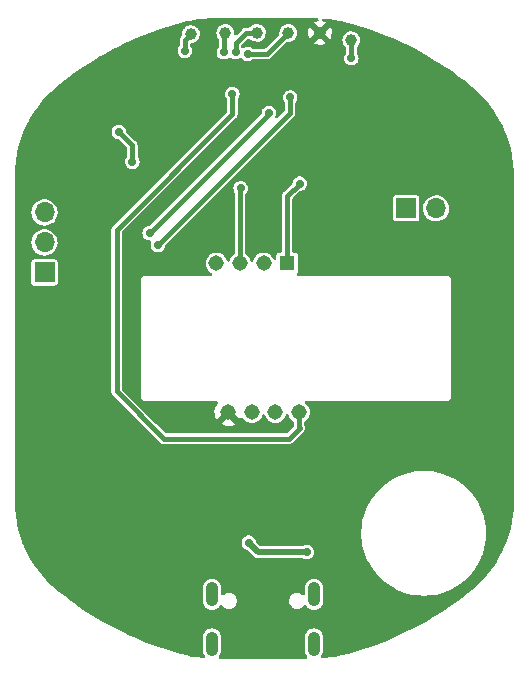
<source format=gbr>
%TF.GenerationSoftware,KiCad,Pcbnew,6.0.7-f9a2dced07~116~ubuntu20.04.1*%
%TF.CreationDate,2022-10-10T21:45:52+02:00*%
%TF.ProjectId,ploopy-nano,706c6f6f-7079-42d6-9e61-6e6f2e6b6963,rev?*%
%TF.SameCoordinates,Original*%
%TF.FileFunction,Copper,L2,Bot*%
%TF.FilePolarity,Positive*%
%FSLAX46Y46*%
G04 Gerber Fmt 4.6, Leading zero omitted, Abs format (unit mm)*
G04 Created by KiCad (PCBNEW 6.0.7-f9a2dced07~116~ubuntu20.04.1) date 2022-10-10 21:45:52*
%MOMM*%
%LPD*%
G01*
G04 APERTURE LIST*
%TA.AperFunction,ComponentPad*%
%ADD10R,1.700000X1.700000*%
%TD*%
%TA.AperFunction,ComponentPad*%
%ADD11O,1.700000X1.700000*%
%TD*%
%TA.AperFunction,ComponentPad*%
%ADD12O,1.050000X2.100000*%
%TD*%
%TA.AperFunction,ComponentPad*%
%ADD13R,1.308000X1.308000*%
%TD*%
%TA.AperFunction,ComponentPad*%
%ADD14C,1.308000*%
%TD*%
%TA.AperFunction,SMDPad,CuDef*%
%ADD15C,1.000000*%
%TD*%
%TA.AperFunction,ViaPad*%
%ADD16C,0.711200*%
%TD*%
%TA.AperFunction,Conductor*%
%ADD17C,0.381000*%
%TD*%
%TA.AperFunction,Conductor*%
%ADD18C,0.508000*%
%TD*%
G04 APERTURE END LIST*
D10*
%TO.P,J2,1,Pin_1*%
%TO.N,Net-(J2-Pad1)*%
X160225000Y-86500000D03*
D11*
%TO.P,J2,2,Pin_2*%
%TO.N,GND*%
X162765000Y-86500000D03*
%TD*%
D12*
%TO.P,J4,S1,SHIELD*%
%TO.N,GND*%
X143780000Y-119182500D03*
%TO.P,J4,S2,SHIELD*%
X152420000Y-119182500D03*
%TO.P,J4,S3,SHIELD*%
X143780000Y-123362500D03*
%TO.P,J4,S4,SHIELD*%
X152420000Y-123362500D03*
%TD*%
D10*
%TO.P,J3,1,Pin_1*%
%TO.N,UART_TX*%
X129600000Y-91925000D03*
D11*
%TO.P,J3,2,Pin_2*%
%TO.N,UART_RX*%
X129600000Y-89385000D03*
%TO.P,J3,3,Pin_3*%
%TO.N,GND*%
X129600000Y-86845000D03*
%TD*%
D13*
%TO.P,U3,1,SDIO*%
%TO.N,ADNS_SDIO*%
X150150000Y-91150000D03*
D14*
%TO.P,U3,2,XY_LED*%
%TO.N,Net-(D1-Pad1)*%
X148150000Y-91150000D03*
%TO.P,U3,3,NRESET*%
%TO.N,RESET*%
X146150000Y-91150000D03*
%TO.P,U3,4,NCS*%
%TO.N,ADNS_CS*%
X144150000Y-91150000D03*
%TO.P,U3,5,VDD*%
%TO.N,VBUS*%
X145150000Y-103750000D03*
%TO.P,U3,6,GND*%
%TO.N,GND*%
X147150000Y-103750000D03*
%TO.P,U3,7,REGO*%
%TO.N,Net-(C10-Pad1)*%
X149150000Y-103750000D03*
%TO.P,U3,8,SCLK*%
%TO.N,ADNS_SCLK*%
X151150000Y-103750000D03*
%TD*%
D15*
%TO.P,TP4,1,1*%
%TO.N,ICSP_SCLK*%
X150241000Y-71628000D03*
%TD*%
%TO.P,TP2,1,1*%
%TO.N,ICSP_MOSI*%
X147574000Y-71628000D03*
%TD*%
%TO.P,TP1,1,1*%
%TO.N,VBUS*%
X152908000Y-71628000D03*
%TD*%
%TO.P,TP6,1,1*%
%TO.N,GND*%
X155575000Y-72263000D03*
%TD*%
%TO.P,TP5,1,1*%
%TO.N,RESET*%
X141986000Y-71755000D03*
%TD*%
%TO.P,TP3,1,1*%
%TO.N,ICSP_MISO*%
X144907000Y-71628000D03*
%TD*%
D16*
%TO.N,GND*%
X135890000Y-80010000D03*
X155575000Y-73787000D03*
X137033000Y-82550000D03*
%TO.N,RESET*%
X141478000Y-73152000D03*
X146200000Y-84800000D03*
%TO.N,VBUS*%
X148463000Y-76835000D03*
X147447000Y-76835000D03*
X141400000Y-114800000D03*
X137400000Y-114800000D03*
X139400000Y-115800000D03*
X158500000Y-76800000D03*
X138400000Y-115800000D03*
X140400000Y-115800000D03*
X152100000Y-73300000D03*
X143700000Y-109400000D03*
X141400000Y-115800000D03*
X158100000Y-85100000D03*
X158200000Y-84000000D03*
X167200000Y-104400000D03*
X137400000Y-115800000D03*
X142400000Y-114800000D03*
X142600000Y-88800000D03*
X140400000Y-114800000D03*
X165100000Y-104500000D03*
X143000000Y-108100000D03*
X139400000Y-114800000D03*
X158300000Y-77800000D03*
X138400000Y-114800000D03*
X142400000Y-115800000D03*
X166300000Y-105200000D03*
X143800000Y-88800000D03*
X136200000Y-78400000D03*
X136700000Y-77200000D03*
X143100000Y-73000000D03*
%TO.N,Net-(FB1-Pad2)*%
X146900000Y-114800000D03*
X151800000Y-115600000D03*
%TO.N,ICSP_MISO*%
X144780000Y-73279000D03*
%TO.N,ICSP_SCLK*%
X146812000Y-73406000D03*
%TO.N,ICSP_MOSI*%
X145779503Y-73279000D03*
%TO.N,USB_DN*%
X138500000Y-88600000D03*
X148600000Y-78400000D03*
%TO.N,USB_DP*%
X150400000Y-77100000D03*
X139200000Y-89600000D03*
%TO.N,ADNS_SCLK*%
X145500000Y-76800000D03*
%TO.N,ADNS_SDIO*%
X151200000Y-84400000D03*
%TD*%
D17*
%TO.N,GND*%
X137033000Y-81153000D02*
X135890000Y-80010000D01*
X137033000Y-82550000D02*
X137033000Y-81153000D01*
X155575000Y-72263000D02*
X155575000Y-73787000D01*
%TO.N,RESET*%
X146150000Y-84850000D02*
X146200000Y-84800000D01*
X141478000Y-73152000D02*
X141478000Y-72263000D01*
X141478000Y-72263000D02*
X141986000Y-71755000D01*
X146150000Y-91150000D02*
X146150000Y-84850000D01*
D18*
%TO.N,Net-(FB1-Pad2)*%
X146900000Y-114800000D02*
X147700000Y-115600000D01*
X147700000Y-115600000D02*
X151800000Y-115600000D01*
D17*
%TO.N,ICSP_MISO*%
X144780000Y-71755000D02*
X144907000Y-71628000D01*
X144780000Y-73279000D02*
X144780000Y-71755000D01*
%TO.N,ICSP_SCLK*%
X148463000Y-73406000D02*
X150241000Y-71628000D01*
X146812000Y-73406000D02*
X148463000Y-73406000D01*
%TO.N,ICSP_MOSI*%
X146685000Y-71628000D02*
X147574000Y-71628000D01*
X145796000Y-72517000D02*
X146685000Y-71628000D01*
X145779503Y-73279000D02*
X145796000Y-73262503D01*
X145796000Y-73262503D02*
X145796000Y-72517000D01*
%TO.N,USB_DN*%
X138500000Y-88600000D02*
X148600000Y-78500000D01*
X148600000Y-78500000D02*
X148600000Y-78400000D01*
%TO.N,USB_DP*%
X139200000Y-89600000D02*
X150400000Y-78400000D01*
X150400000Y-78400000D02*
X150400000Y-77100000D01*
%TO.N,ADNS_SCLK*%
X151200000Y-105100000D02*
X151150000Y-105050000D01*
X139700000Y-106000000D02*
X150300000Y-106000000D01*
X145500000Y-76800000D02*
X145500000Y-78500000D01*
X145500000Y-78500000D02*
X135700000Y-88300000D01*
X135700000Y-88300000D02*
X135700000Y-102000000D01*
X150300000Y-106000000D02*
X151200000Y-105100000D01*
X151150000Y-105050000D02*
X151150000Y-103750000D01*
X135700000Y-102000000D02*
X139700000Y-106000000D01*
%TO.N,ADNS_SDIO*%
X150150000Y-85450000D02*
X151200000Y-84400000D01*
X150150000Y-91150000D02*
X150150000Y-85450000D01*
%TD*%
%TA.AperFunction,Conductor*%
%TO.N,VBUS*%
G36*
X152399533Y-70381552D02*
G01*
X152409867Y-70383193D01*
X152409868Y-70383193D01*
X152419662Y-70384748D01*
X152434520Y-70382401D01*
X152457194Y-70380893D01*
X152532907Y-70382706D01*
X152685214Y-70386354D01*
X152752836Y-70407981D01*
X152798031Y-70462735D01*
X152806449Y-70533231D01*
X152775419Y-70597087D01*
X152717772Y-70633192D01*
X152534483Y-70687137D01*
X152523108Y-70691732D01*
X152412969Y-70749312D01*
X152402820Y-70759101D01*
X152405274Y-70766064D01*
X152895188Y-71255978D01*
X152909132Y-71263592D01*
X152910965Y-71263461D01*
X152917580Y-71259210D01*
X153405834Y-70770956D01*
X153412594Y-70758576D01*
X153407935Y-70752353D01*
X153305924Y-70697196D01*
X153294619Y-70692444D01*
X153201097Y-70663494D01*
X153141937Y-70624243D01*
X153113390Y-70559239D01*
X153124518Y-70489120D01*
X153171790Y-70436148D01*
X153247304Y-70417447D01*
X153324544Y-70422946D01*
X153330455Y-70423507D01*
X153775950Y-70476412D01*
X153781826Y-70477251D01*
X154224350Y-70551088D01*
X154230145Y-70552196D01*
X154605618Y-70633192D01*
X154634869Y-70639502D01*
X154656592Y-70646291D01*
X154670373Y-70652011D01*
X154670433Y-70652016D01*
X154670489Y-70652039D01*
X154686694Y-70653321D01*
X154708391Y-70656966D01*
X155608649Y-70890584D01*
X155612866Y-70891757D01*
X156513264Y-71159494D01*
X156538840Y-71167099D01*
X156543059Y-71168435D01*
X157458726Y-71476107D01*
X157462896Y-71477590D01*
X158367219Y-71817241D01*
X158371334Y-71818870D01*
X159263160Y-72190067D01*
X159267168Y-72191819D01*
X160101474Y-72573986D01*
X160145444Y-72594127D01*
X160149431Y-72596039D01*
X160187945Y-72615345D01*
X161012980Y-73028917D01*
X161016901Y-73030969D01*
X161864736Y-73493920D01*
X161868583Y-73496109D01*
X162139405Y-73656585D01*
X162699656Y-73988564D01*
X162703398Y-73990871D01*
X163011815Y-74188580D01*
X163516639Y-74512195D01*
X163520323Y-74514649D01*
X163830743Y-74729389D01*
X164314752Y-75064213D01*
X164318319Y-75066774D01*
X164723207Y-75368425D01*
X165092980Y-75643916D01*
X165096482Y-75646622D01*
X165822312Y-76228116D01*
X165838205Y-76243306D01*
X165838267Y-76243376D01*
X165849032Y-76255634D01*
X165849042Y-76255640D01*
X165849051Y-76255650D01*
X165860972Y-76262730D01*
X165879930Y-76276527D01*
X166247460Y-76600390D01*
X166271517Y-76621589D01*
X166276882Y-76626601D01*
X166671422Y-77017562D01*
X166676481Y-77022877D01*
X167047470Y-77436231D01*
X167052196Y-77441818D01*
X167398369Y-77876151D01*
X167402769Y-77882016D01*
X167660378Y-78247160D01*
X167722957Y-78335862D01*
X167727013Y-78341985D01*
X167864950Y-78564021D01*
X168020086Y-78813742D01*
X168023792Y-78820115D01*
X168288781Y-79308218D01*
X168292098Y-79314779D01*
X168383915Y-79510390D01*
X168528085Y-79817540D01*
X168531021Y-79824302D01*
X168737203Y-80340005D01*
X168739738Y-80346928D01*
X168915399Y-80873785D01*
X168915400Y-80873789D01*
X168917523Y-80880839D01*
X169054644Y-81389515D01*
X169062074Y-81417077D01*
X169063784Y-81424248D01*
X169176728Y-81968032D01*
X169178015Y-81975290D01*
X169220941Y-82266657D01*
X169258961Y-82524730D01*
X169259821Y-82532046D01*
X169298436Y-82970930D01*
X169308498Y-83085298D01*
X169308929Y-83092649D01*
X169310931Y-83161095D01*
X169324194Y-83614574D01*
X169322696Y-83637969D01*
X169320555Y-83651486D01*
X169322106Y-83661279D01*
X169322106Y-83661281D01*
X169323759Y-83671717D01*
X169325310Y-83691426D01*
X169325310Y-111305561D01*
X169323759Y-111325270D01*
X169320555Y-111345501D01*
X169322727Y-111359211D01*
X169324225Y-111382607D01*
X169313134Y-111761861D01*
X169308967Y-111904329D01*
X169308536Y-111911689D01*
X169259860Y-112464938D01*
X169259005Y-112472221D01*
X169178046Y-113021749D01*
X169176770Y-113028939D01*
X169071660Y-113535001D01*
X169063821Y-113572744D01*
X169062111Y-113579915D01*
X168917560Y-114116151D01*
X168915434Y-114123209D01*
X168739772Y-114650067D01*
X168737238Y-114656987D01*
X168531047Y-115172713D01*
X168528127Y-115179437D01*
X168424901Y-115399355D01*
X168292138Y-115682199D01*
X168288812Y-115688778D01*
X168023821Y-116176881D01*
X168020115Y-116183254D01*
X167873272Y-116419626D01*
X167727037Y-116655018D01*
X167722986Y-116661132D01*
X167426040Y-117082031D01*
X167402812Y-117114955D01*
X167398393Y-117120845D01*
X167052233Y-117555158D01*
X167047475Y-117560782D01*
X166676488Y-117974130D01*
X166671436Y-117979437D01*
X166288474Y-118358920D01*
X166276925Y-118370364D01*
X166271539Y-118375398D01*
X165879990Y-118720422D01*
X165861031Y-118734220D01*
X165849051Y-118741335D01*
X165849044Y-118741343D01*
X165849034Y-118741349D01*
X165842582Y-118748696D01*
X165838272Y-118753604D01*
X165822377Y-118768797D01*
X165096473Y-119350351D01*
X165092971Y-119353057D01*
X164940346Y-119466767D01*
X164318322Y-119930192D01*
X164314750Y-119932757D01*
X163883399Y-120231153D01*
X163520314Y-120482324D01*
X163516630Y-120484778D01*
X162703403Y-121006094D01*
X162699648Y-121008409D01*
X162507536Y-121122246D01*
X161868575Y-121500864D01*
X161864728Y-121503053D01*
X161016895Y-121966004D01*
X161012974Y-121968056D01*
X160149429Y-122400932D01*
X160145440Y-122402845D01*
X159590475Y-122657056D01*
X159267196Y-122805139D01*
X159263145Y-122806909D01*
X158573705Y-123093870D01*
X158371320Y-123178107D01*
X158367204Y-123179736D01*
X157462891Y-123519383D01*
X157458721Y-123520866D01*
X156543055Y-123828538D01*
X156538835Y-123829874D01*
X155612862Y-124105216D01*
X155608645Y-124106389D01*
X154837374Y-124306535D01*
X154708324Y-124340024D01*
X154686610Y-124343672D01*
X154670489Y-124344947D01*
X154670433Y-124344970D01*
X154670373Y-124344975D01*
X154661523Y-124348648D01*
X154661520Y-124348649D01*
X154656547Y-124350713D01*
X154634817Y-124357505D01*
X154492468Y-124388212D01*
X154230146Y-124444798D01*
X154224350Y-124445907D01*
X153907122Y-124498838D01*
X153781828Y-124519744D01*
X153775950Y-124520583D01*
X153330455Y-124573488D01*
X153324543Y-124574049D01*
X153134289Y-124587594D01*
X153064921Y-124572480D01*
X153014735Y-124522261D01*
X152999666Y-124452882D01*
X153026922Y-124384233D01*
X153027891Y-124383284D01*
X153122625Y-124236286D01*
X153182437Y-124071953D01*
X153199500Y-123936890D01*
X153199500Y-122793531D01*
X153184938Y-122663710D01*
X153127426Y-122498558D01*
X153067619Y-122402846D01*
X153038487Y-122356226D01*
X153034754Y-122350252D01*
X153026278Y-122341716D01*
X152916490Y-122231159D01*
X152911528Y-122226162D01*
X152900809Y-122219359D01*
X152821363Y-122168942D01*
X152763872Y-122132457D01*
X152736882Y-122122846D01*
X152605761Y-122076156D01*
X152605756Y-122076155D01*
X152599126Y-122073794D01*
X152592138Y-122072961D01*
X152592135Y-122072960D01*
X152471741Y-122058604D01*
X152425476Y-122053087D01*
X152418473Y-122053823D01*
X152418472Y-122053823D01*
X152370608Y-122058854D01*
X152251555Y-122071367D01*
X152244889Y-122073636D01*
X152244886Y-122073637D01*
X152092672Y-122125455D01*
X152092669Y-122125456D01*
X152086005Y-122127725D01*
X151937055Y-122219359D01*
X151812109Y-122341716D01*
X151717375Y-122488714D01*
X151657563Y-122653047D01*
X151640500Y-122788110D01*
X151640500Y-123931469D01*
X151655062Y-124061290D01*
X151657379Y-124067943D01*
X151657379Y-124067944D01*
X151670774Y-124106410D01*
X151712574Y-124226442D01*
X151716307Y-124232416D01*
X151716308Y-124232418D01*
X151790220Y-124350702D01*
X151805246Y-124374748D01*
X151832516Y-124402209D01*
X151866323Y-124464640D01*
X151861011Y-124535437D01*
X151818267Y-124592124D01*
X151751660Y-124616703D01*
X151743110Y-124616993D01*
X144457989Y-124616993D01*
X144389868Y-124596991D01*
X144343375Y-124543335D01*
X144333271Y-124473061D01*
X144362765Y-124408481D01*
X144369831Y-124400970D01*
X144382859Y-124388212D01*
X144382860Y-124388211D01*
X144387891Y-124383284D01*
X144482625Y-124236286D01*
X144542437Y-124071953D01*
X144559500Y-123936890D01*
X144559500Y-122793531D01*
X144544938Y-122663710D01*
X144487426Y-122498558D01*
X144427619Y-122402846D01*
X144398487Y-122356226D01*
X144394754Y-122350252D01*
X144386278Y-122341716D01*
X144276490Y-122231159D01*
X144271528Y-122226162D01*
X144260809Y-122219359D01*
X144181363Y-122168942D01*
X144123872Y-122132457D01*
X144096882Y-122122846D01*
X143965761Y-122076156D01*
X143965756Y-122076155D01*
X143959126Y-122073794D01*
X143952138Y-122072961D01*
X143952135Y-122072960D01*
X143831741Y-122058604D01*
X143785476Y-122053087D01*
X143778473Y-122053823D01*
X143778472Y-122053823D01*
X143730608Y-122058854D01*
X143611555Y-122071367D01*
X143604889Y-122073636D01*
X143604886Y-122073637D01*
X143452672Y-122125455D01*
X143452669Y-122125456D01*
X143446005Y-122127725D01*
X143297055Y-122219359D01*
X143172109Y-122341716D01*
X143077375Y-122488714D01*
X143017563Y-122653047D01*
X143000500Y-122788110D01*
X143000500Y-123931469D01*
X143015062Y-124061290D01*
X143017379Y-124067943D01*
X143017379Y-124067944D01*
X143030774Y-124106410D01*
X143072574Y-124226442D01*
X143076307Y-124232416D01*
X143076308Y-124232418D01*
X143165246Y-124374748D01*
X143163213Y-124376018D01*
X143185641Y-124431392D01*
X143172486Y-124501159D01*
X143123701Y-124552739D01*
X143054773Y-124569755D01*
X143045403Y-124568996D01*
X142637671Y-124520577D01*
X142631792Y-124519738D01*
X142189288Y-124445904D01*
X142183456Y-124444789D01*
X141778781Y-124357495D01*
X141757048Y-124350702D01*
X141752102Y-124348649D01*
X141752099Y-124348648D01*
X141743249Y-124344975D01*
X141743187Y-124344970D01*
X141743131Y-124344947D01*
X141727013Y-124343672D01*
X141726925Y-124343665D01*
X141705212Y-124340017D01*
X141576508Y-124306618D01*
X140804972Y-124106403D01*
X140800755Y-124105230D01*
X139874782Y-123829887D01*
X139870562Y-123828551D01*
X138954896Y-123520879D01*
X138950726Y-123519396D01*
X138046413Y-123179748D01*
X138042297Y-123178119D01*
X138042269Y-123178107D01*
X137150473Y-122806920D01*
X137146421Y-122805150D01*
X136837646Y-122663710D01*
X136268177Y-122402855D01*
X136264188Y-122400942D01*
X135400643Y-121968065D01*
X135396722Y-121966013D01*
X134548888Y-121503061D01*
X134545041Y-121500872D01*
X133713995Y-121008432D01*
X133710227Y-121006109D01*
X132896973Y-120484775D01*
X132893290Y-120482321D01*
X132098887Y-119932773D01*
X132095292Y-119930192D01*
X131855404Y-119751469D01*
X143000500Y-119751469D01*
X143015062Y-119881290D01*
X143072574Y-120046442D01*
X143165246Y-120194748D01*
X143170209Y-120199746D01*
X143170210Y-120199747D01*
X143224893Y-120254813D01*
X143288472Y-120318838D01*
X143294418Y-120322612D01*
X143294420Y-120322613D01*
X143305006Y-120329331D01*
X143436128Y-120412543D01*
X143442771Y-120414908D01*
X143442770Y-120414908D01*
X143594239Y-120468844D01*
X143594244Y-120468845D01*
X143600874Y-120471206D01*
X143607862Y-120472039D01*
X143607865Y-120472040D01*
X143728259Y-120486396D01*
X143774524Y-120491913D01*
X143781527Y-120491177D01*
X143781528Y-120491177D01*
X143853768Y-120483584D01*
X143948445Y-120473633D01*
X143955111Y-120471364D01*
X143955114Y-120471363D01*
X144107328Y-120419545D01*
X144107331Y-120419544D01*
X144113995Y-120417275D01*
X144262945Y-120325641D01*
X144359432Y-120231153D01*
X144382859Y-120208212D01*
X144382860Y-120208211D01*
X144387891Y-120203284D01*
X144444537Y-120115387D01*
X144498251Y-120068964D01*
X144568538Y-120058949D01*
X144633081Y-120088525D01*
X144645393Y-120100812D01*
X144751177Y-120222074D01*
X144757391Y-120226441D01*
X144879755Y-120312441D01*
X144879757Y-120312442D01*
X144885972Y-120316810D01*
X145039473Y-120376657D01*
X145134310Y-120389143D01*
X145161042Y-120392662D01*
X145161043Y-120392662D01*
X145165129Y-120393200D01*
X145251318Y-120393200D01*
X145373562Y-120378407D01*
X145527682Y-120320170D01*
X145663462Y-120226851D01*
X145773062Y-120103838D01*
X145850156Y-119958233D01*
X145890293Y-119798441D01*
X145890330Y-119791312D01*
X150308844Y-119791312D01*
X150310616Y-119798692D01*
X150310616Y-119798694D01*
X150342501Y-119931504D01*
X150347306Y-119951516D01*
X150422871Y-120097921D01*
X150427863Y-120103643D01*
X150427864Y-120103645D01*
X150526182Y-120216349D01*
X150526185Y-120216352D01*
X150531177Y-120222074D01*
X150537391Y-120226441D01*
X150659755Y-120312441D01*
X150659757Y-120312442D01*
X150665972Y-120316810D01*
X150819473Y-120376657D01*
X150914310Y-120389143D01*
X150941042Y-120392662D01*
X150941043Y-120392662D01*
X150945129Y-120393200D01*
X151031318Y-120393200D01*
X151153562Y-120378407D01*
X151307682Y-120320170D01*
X151443462Y-120226851D01*
X151553062Y-120103838D01*
X151554626Y-120105231D01*
X151601650Y-120067366D01*
X151672243Y-120059803D01*
X151735718Y-120091607D01*
X151756678Y-120117023D01*
X151805246Y-120194748D01*
X151810209Y-120199746D01*
X151810210Y-120199747D01*
X151864893Y-120254813D01*
X151928472Y-120318838D01*
X151934418Y-120322612D01*
X151934420Y-120322613D01*
X151945006Y-120329331D01*
X152076128Y-120412543D01*
X152082771Y-120414908D01*
X152082770Y-120414908D01*
X152234239Y-120468844D01*
X152234244Y-120468845D01*
X152240874Y-120471206D01*
X152247862Y-120472039D01*
X152247865Y-120472040D01*
X152368259Y-120486396D01*
X152414524Y-120491913D01*
X152421527Y-120491177D01*
X152421528Y-120491177D01*
X152493768Y-120483584D01*
X152588445Y-120473633D01*
X152595111Y-120471364D01*
X152595114Y-120471363D01*
X152747328Y-120419545D01*
X152747331Y-120419544D01*
X152753995Y-120417275D01*
X152902945Y-120325641D01*
X152999432Y-120231153D01*
X153022859Y-120208212D01*
X153022860Y-120208211D01*
X153027891Y-120203284D01*
X153122625Y-120056286D01*
X153155870Y-119964947D01*
X153180026Y-119898577D01*
X153182437Y-119891953D01*
X153199500Y-119756890D01*
X153199500Y-118613531D01*
X153184938Y-118483710D01*
X153127426Y-118318558D01*
X153034754Y-118170252D01*
X153026278Y-118161716D01*
X152916490Y-118051159D01*
X152911528Y-118046162D01*
X152900809Y-118039359D01*
X152806414Y-117979455D01*
X152763872Y-117952457D01*
X152736882Y-117942846D01*
X152605761Y-117896156D01*
X152605756Y-117896155D01*
X152599126Y-117893794D01*
X152592138Y-117892961D01*
X152592135Y-117892960D01*
X152471741Y-117878604D01*
X152425476Y-117873087D01*
X152418473Y-117873823D01*
X152418472Y-117873823D01*
X152370608Y-117878854D01*
X152251555Y-117891367D01*
X152244889Y-117893636D01*
X152244886Y-117893637D01*
X152092672Y-117945455D01*
X152092669Y-117945456D01*
X152086005Y-117947725D01*
X151937055Y-118039359D01*
X151812109Y-118161716D01*
X151717375Y-118308714D01*
X151714964Y-118315337D01*
X151714963Y-118315340D01*
X151694936Y-118370364D01*
X151657563Y-118473047D01*
X151640500Y-118608110D01*
X151640500Y-119095078D01*
X151620498Y-119163199D01*
X151566842Y-119209692D01*
X151496568Y-119219796D01*
X151442049Y-119198165D01*
X151320245Y-119112559D01*
X151320243Y-119112558D01*
X151314028Y-119108190D01*
X151160527Y-119048343D01*
X151065690Y-119035857D01*
X151038958Y-119032338D01*
X151038957Y-119032338D01*
X151034871Y-119031800D01*
X150948682Y-119031800D01*
X150826438Y-119046593D01*
X150672318Y-119104830D01*
X150666060Y-119109131D01*
X150587391Y-119163199D01*
X150536538Y-119198149D01*
X150531488Y-119203817D01*
X150531487Y-119203818D01*
X150530372Y-119205070D01*
X150426938Y-119321162D01*
X150349844Y-119466767D01*
X150309707Y-119626559D01*
X150308844Y-119791312D01*
X145890330Y-119791312D01*
X145891156Y-119633688D01*
X145887676Y-119619190D01*
X145854466Y-119480864D01*
X145854465Y-119480862D01*
X145852694Y-119473484D01*
X145789135Y-119350340D01*
X145780612Y-119333827D01*
X145780612Y-119333826D01*
X145777129Y-119327079D01*
X145772136Y-119321355D01*
X145673818Y-119208651D01*
X145673815Y-119208648D01*
X145668823Y-119202926D01*
X145610932Y-119162239D01*
X145540245Y-119112559D01*
X145540243Y-119112558D01*
X145534028Y-119108190D01*
X145380527Y-119048343D01*
X145285690Y-119035857D01*
X145258958Y-119032338D01*
X145258957Y-119032338D01*
X145254871Y-119031800D01*
X145168682Y-119031800D01*
X145046438Y-119046593D01*
X144892318Y-119104830D01*
X144762798Y-119193847D01*
X144756867Y-119197923D01*
X144689398Y-119220023D01*
X144620691Y-119202138D01*
X144572560Y-119149946D01*
X144559500Y-119094083D01*
X144559500Y-118613531D01*
X144544938Y-118483710D01*
X144487426Y-118318558D01*
X144394754Y-118170252D01*
X144386278Y-118161716D01*
X144276490Y-118051159D01*
X144271528Y-118046162D01*
X144260809Y-118039359D01*
X144166414Y-117979455D01*
X144123872Y-117952457D01*
X144096882Y-117942846D01*
X143965761Y-117896156D01*
X143965756Y-117896155D01*
X143959126Y-117893794D01*
X143952138Y-117892961D01*
X143952135Y-117892960D01*
X143831741Y-117878604D01*
X143785476Y-117873087D01*
X143778473Y-117873823D01*
X143778472Y-117873823D01*
X143730608Y-117878854D01*
X143611555Y-117891367D01*
X143604889Y-117893636D01*
X143604886Y-117893637D01*
X143452672Y-117945455D01*
X143452669Y-117945456D01*
X143446005Y-117947725D01*
X143297055Y-118039359D01*
X143172109Y-118161716D01*
X143077375Y-118308714D01*
X143074964Y-118315337D01*
X143074963Y-118315340D01*
X143054936Y-118370364D01*
X143017563Y-118473047D01*
X143000500Y-118608110D01*
X143000500Y-119751469D01*
X131855404Y-119751469D01*
X131320630Y-119353047D01*
X131317128Y-119350340D01*
X130591256Y-118768809D01*
X130575364Y-118753621D01*
X130570656Y-118748260D01*
X130570654Y-118748259D01*
X130564586Y-118741349D01*
X130564578Y-118741344D01*
X130564570Y-118741335D01*
X130552647Y-118734254D01*
X130533683Y-118720454D01*
X130265016Y-118483710D01*
X130142085Y-118375386D01*
X130136702Y-118370355D01*
X130094934Y-118328966D01*
X129805726Y-118042387D01*
X129742199Y-117979437D01*
X129737117Y-117974097D01*
X129522176Y-117734615D01*
X129366160Y-117560785D01*
X129361401Y-117555161D01*
X129015238Y-117120845D01*
X129010814Y-117114948D01*
X129010526Y-117114539D01*
X128690657Y-116661148D01*
X128686586Y-116655004D01*
X128393506Y-116183242D01*
X128389800Y-116176868D01*
X128124814Y-115688774D01*
X128121488Y-115682195D01*
X127974655Y-115369377D01*
X127885503Y-115179446D01*
X127882570Y-115172690D01*
X127842266Y-115071880D01*
X127734011Y-114801114D01*
X127730992Y-114793564D01*
X146285453Y-114793564D01*
X146301657Y-114940340D01*
X146304267Y-114947472D01*
X146349654Y-115071498D01*
X146352404Y-115079014D01*
X146356640Y-115085317D01*
X146356640Y-115085318D01*
X146419896Y-115179452D01*
X146434765Y-115201580D01*
X146543985Y-115300962D01*
X146673758Y-115371423D01*
X146681100Y-115373349D01*
X146681102Y-115373350D01*
X146747230Y-115390698D01*
X146804352Y-115423479D01*
X147290177Y-115909304D01*
X147297800Y-115918844D01*
X147298168Y-115918530D01*
X147303986Y-115925366D01*
X147308776Y-115932958D01*
X147315504Y-115938900D01*
X147349125Y-115968593D01*
X147354812Y-115973939D01*
X147366255Y-115985382D01*
X147373780Y-115991022D01*
X147374630Y-115991659D01*
X147382459Y-115998033D01*
X147417951Y-116029378D01*
X147426074Y-116033192D01*
X147428562Y-116034826D01*
X147443523Y-116043814D01*
X147446108Y-116045229D01*
X147453295Y-116050616D01*
X147497642Y-116067241D01*
X147506958Y-116071167D01*
X147549800Y-116091281D01*
X147558669Y-116092662D01*
X147561502Y-116093528D01*
X147578389Y-116097958D01*
X147581274Y-116098592D01*
X147589684Y-116101745D01*
X147618842Y-116103912D01*
X147636906Y-116105254D01*
X147646952Y-116106408D01*
X147655575Y-116107751D01*
X147655578Y-116107751D01*
X147660386Y-116108500D01*
X147675906Y-116108500D01*
X147685243Y-116108846D01*
X147734941Y-116112539D01*
X147743720Y-116110665D01*
X147751978Y-116110102D01*
X147767161Y-116108500D01*
X151425868Y-116108500D01*
X151485990Y-116123769D01*
X151573758Y-116171423D01*
X151716592Y-116208895D01*
X151793379Y-116210101D01*
X151856643Y-116211095D01*
X151856646Y-116211095D01*
X151864241Y-116211214D01*
X151916036Y-116199351D01*
X152000779Y-116179943D01*
X152000783Y-116179942D01*
X152008182Y-116178247D01*
X152028954Y-116167800D01*
X152133321Y-116115310D01*
X152133324Y-116115308D01*
X152140104Y-116111898D01*
X152252391Y-116015995D01*
X152338561Y-115896077D01*
X152393640Y-115759065D01*
X152414446Y-115612871D01*
X152414581Y-115600000D01*
X152396841Y-115453402D01*
X152344644Y-115315267D01*
X152261004Y-115193570D01*
X152245159Y-115179452D01*
X152156421Y-115100390D01*
X152150750Y-115095337D01*
X152144040Y-115091784D01*
X152026957Y-115029792D01*
X152026955Y-115029791D01*
X152020246Y-115026239D01*
X151973340Y-115014457D01*
X151884398Y-114992116D01*
X151884394Y-114992116D01*
X151877027Y-114990265D01*
X151869428Y-114990225D01*
X151869426Y-114990225D01*
X151807798Y-114989903D01*
X151729362Y-114989492D01*
X151721982Y-114991264D01*
X151721980Y-114991264D01*
X151593153Y-115022192D01*
X151593149Y-115022193D01*
X151585774Y-115023964D01*
X151579029Y-115027445D01*
X151579030Y-115027445D01*
X151482116Y-115077466D01*
X151424326Y-115091500D01*
X147962817Y-115091500D01*
X147894696Y-115071498D01*
X147873722Y-115054595D01*
X147528388Y-114709261D01*
X147496900Y-114653380D01*
X147496841Y-114653402D01*
X147496696Y-114653017D01*
X147496695Y-114653014D01*
X147444644Y-114515267D01*
X147408023Y-114461983D01*
X147365306Y-114399829D01*
X147365305Y-114399827D01*
X147361004Y-114393570D01*
X147250750Y-114295337D01*
X147243866Y-114291692D01*
X147126957Y-114229792D01*
X147126955Y-114229791D01*
X147120246Y-114226239D01*
X147073340Y-114214457D01*
X146984398Y-114192116D01*
X146984394Y-114192116D01*
X146977027Y-114190265D01*
X146969428Y-114190225D01*
X146969426Y-114190225D01*
X146907798Y-114189903D01*
X146829362Y-114189492D01*
X146821982Y-114191264D01*
X146821980Y-114191264D01*
X146693153Y-114222192D01*
X146693149Y-114222193D01*
X146685774Y-114223964D01*
X146554554Y-114291692D01*
X146443277Y-114388765D01*
X146358368Y-114509579D01*
X146304727Y-114647160D01*
X146285453Y-114793564D01*
X127730992Y-114793564D01*
X127676388Y-114656987D01*
X127673853Y-114650064D01*
X127498191Y-114123206D01*
X127496065Y-114116148D01*
X127464349Y-113998492D01*
X156420276Y-113998492D01*
X156420396Y-114001240D01*
X156427161Y-114156185D01*
X156437799Y-114399829D01*
X156440393Y-114459244D01*
X156500590Y-114916489D01*
X156600410Y-115366747D01*
X156601238Y-115369372D01*
X156601239Y-115369377D01*
X156721735Y-115751539D01*
X156739093Y-115806593D01*
X156915583Y-116232677D01*
X157128537Y-116641758D01*
X157376335Y-117030723D01*
X157657090Y-117396610D01*
X157968666Y-117736635D01*
X158308691Y-118048211D01*
X158310853Y-118049870D01*
X158310859Y-118049875D01*
X158435075Y-118145189D01*
X158674578Y-118328966D01*
X159063542Y-118576764D01*
X159472624Y-118789718D01*
X159898708Y-118966208D01*
X159901328Y-118967034D01*
X159901336Y-118967037D01*
X160335924Y-119104062D01*
X160335929Y-119104063D01*
X160338554Y-119104891D01*
X160788812Y-119204711D01*
X160791531Y-119205069D01*
X160791537Y-119205070D01*
X160963414Y-119227698D01*
X161246057Y-119264908D01*
X161248806Y-119265028D01*
X161248817Y-119265029D01*
X161704061Y-119284905D01*
X161706809Y-119285025D01*
X161709557Y-119284905D01*
X162164801Y-119265029D01*
X162164812Y-119265028D01*
X162167561Y-119264908D01*
X162450204Y-119227698D01*
X162622081Y-119205070D01*
X162622087Y-119205069D01*
X162624806Y-119204711D01*
X163075064Y-119104891D01*
X163077689Y-119104063D01*
X163077694Y-119104062D01*
X163512282Y-118967037D01*
X163512290Y-118967034D01*
X163514910Y-118966208D01*
X163940994Y-118789718D01*
X164350076Y-118576764D01*
X164739040Y-118328966D01*
X164978543Y-118145189D01*
X165102759Y-118049875D01*
X165102765Y-118049870D01*
X165104927Y-118048211D01*
X165444952Y-117736635D01*
X165756528Y-117396610D01*
X166037283Y-117030723D01*
X166285081Y-116641758D01*
X166498035Y-116232677D01*
X166674525Y-115806593D01*
X166691884Y-115751539D01*
X166812379Y-115369377D01*
X166812380Y-115369372D01*
X166813208Y-115366747D01*
X166913028Y-114916489D01*
X166973225Y-114459244D01*
X166975820Y-114399829D01*
X166993222Y-114001240D01*
X166993342Y-113998492D01*
X166982682Y-113754339D01*
X166973346Y-113540500D01*
X166973345Y-113540489D01*
X166973225Y-113537740D01*
X166913028Y-113080495D01*
X166813208Y-112630237D01*
X166790497Y-112558206D01*
X166675354Y-112193019D01*
X166675351Y-112193011D01*
X166674525Y-112190391D01*
X166498035Y-111764307D01*
X166285081Y-111355226D01*
X166037283Y-110966261D01*
X165853506Y-110726758D01*
X165758192Y-110602542D01*
X165758187Y-110602536D01*
X165756528Y-110600374D01*
X165444952Y-110260349D01*
X165104927Y-109948773D01*
X165102765Y-109947114D01*
X165102759Y-109947109D01*
X164938319Y-109820930D01*
X164739040Y-109668018D01*
X164350076Y-109420220D01*
X163940994Y-109207266D01*
X163514910Y-109030776D01*
X163512290Y-109029950D01*
X163512282Y-109029947D01*
X163077694Y-108892922D01*
X163077689Y-108892921D01*
X163075064Y-108892093D01*
X162624806Y-108792273D01*
X162622087Y-108791915D01*
X162622081Y-108791914D01*
X162450204Y-108769286D01*
X162167561Y-108732076D01*
X162164812Y-108731956D01*
X162164801Y-108731955D01*
X161709557Y-108712079D01*
X161706809Y-108711959D01*
X161704061Y-108712079D01*
X161248817Y-108731955D01*
X161248806Y-108731956D01*
X161246057Y-108732076D01*
X160963414Y-108769286D01*
X160791537Y-108791914D01*
X160791531Y-108791915D01*
X160788812Y-108792273D01*
X160338554Y-108892093D01*
X160335929Y-108892921D01*
X160335924Y-108892922D01*
X159901336Y-109029947D01*
X159901328Y-109029950D01*
X159898708Y-109030776D01*
X159472624Y-109207266D01*
X159063543Y-109420220D01*
X158674578Y-109668018D01*
X158475299Y-109820930D01*
X158310859Y-109947109D01*
X158310853Y-109947114D01*
X158308691Y-109948773D01*
X157968666Y-110260349D01*
X157657090Y-110600374D01*
X157655431Y-110602536D01*
X157655426Y-110602542D01*
X157560112Y-110726758D01*
X157376335Y-110966261D01*
X157128537Y-111355226D01*
X156915583Y-111764307D01*
X156739093Y-112190391D01*
X156738267Y-112193011D01*
X156738264Y-112193019D01*
X156623121Y-112558206D01*
X156600410Y-112630237D01*
X156500590Y-113080495D01*
X156440393Y-113537740D01*
X156440273Y-113540489D01*
X156440272Y-113540500D01*
X156430936Y-113754339D01*
X156420276Y-113998492D01*
X127464349Y-113998492D01*
X127351514Y-113579913D01*
X127349804Y-113572742D01*
X127301134Y-113338416D01*
X127236855Y-113028938D01*
X127235579Y-113021748D01*
X127154620Y-112472220D01*
X127153765Y-112464937D01*
X127105089Y-111911689D01*
X127104658Y-111904329D01*
X127100563Y-111764307D01*
X127089399Y-111382581D01*
X127090897Y-111359189D01*
X127093065Y-111345501D01*
X127089861Y-111325270D01*
X127088310Y-111305561D01*
X127088310Y-102014136D01*
X135250196Y-102014136D01*
X135251888Y-102023399D01*
X135260605Y-102071126D01*
X135261255Y-102075034D01*
X135269868Y-102132326D01*
X135272956Y-102138757D01*
X135274237Y-102145771D01*
X135278578Y-102154127D01*
X135300944Y-102197184D01*
X135302713Y-102200724D01*
X135327792Y-102252952D01*
X135332634Y-102258190D01*
X135335921Y-102264518D01*
X135340184Y-102269509D01*
X135376963Y-102306288D01*
X135380392Y-102309854D01*
X135418625Y-102351214D01*
X135424919Y-102354870D01*
X135430922Y-102360247D01*
X139361373Y-106290698D01*
X139371228Y-106301787D01*
X139391936Y-106328055D01*
X139399683Y-106333410D01*
X139399685Y-106333411D01*
X139439581Y-106360984D01*
X139442804Y-106363287D01*
X139489419Y-106397718D01*
X139496150Y-106400082D01*
X139502016Y-106404136D01*
X139557234Y-106421599D01*
X139560975Y-106422847D01*
X139606786Y-106438935D01*
X139606791Y-106438936D01*
X139615673Y-106442055D01*
X139622802Y-106442335D01*
X139629600Y-106444485D01*
X139636143Y-106445000D01*
X139688158Y-106445000D01*
X139693104Y-106445097D01*
X139749383Y-106447308D01*
X139756418Y-106445443D01*
X139764464Y-106445000D01*
X150266113Y-106445000D01*
X150280923Y-106445873D01*
X150314136Y-106449804D01*
X150371141Y-106439393D01*
X150375034Y-106438745D01*
X150391242Y-106436308D01*
X150432326Y-106430132D01*
X150438757Y-106427044D01*
X150445771Y-106425763D01*
X150497185Y-106399056D01*
X150500725Y-106397287D01*
X150544456Y-106376288D01*
X150544457Y-106376287D01*
X150552952Y-106372208D01*
X150558190Y-106367366D01*
X150564518Y-106364079D01*
X150569509Y-106359816D01*
X150606288Y-106323037D01*
X150609854Y-106319608D01*
X150644296Y-106287770D01*
X150651214Y-106281375D01*
X150654870Y-106275081D01*
X150660247Y-106269078D01*
X151468399Y-105460926D01*
X151477467Y-105453719D01*
X151477114Y-105453305D01*
X151484277Y-105447187D01*
X151492269Y-105442203D01*
X151523128Y-105406641D01*
X151529199Y-105400126D01*
X151538302Y-105391023D01*
X151541098Y-105387238D01*
X151541102Y-105387233D01*
X151544637Y-105382447D01*
X151550820Y-105374729D01*
X151573797Y-105348250D01*
X151573797Y-105348249D01*
X151579970Y-105341136D01*
X151583778Y-105332522D01*
X151588230Y-105325507D01*
X151592120Y-105318159D01*
X151597718Y-105310581D01*
X151612456Y-105268613D01*
X151616090Y-105259433D01*
X151634076Y-105218750D01*
X151635183Y-105209393D01*
X151637375Y-105201382D01*
X151638933Y-105193218D01*
X151642055Y-105184327D01*
X151643801Y-105139893D01*
X151644577Y-105130031D01*
X151648697Y-105095220D01*
X151648697Y-105095217D01*
X151649804Y-105085864D01*
X151648111Y-105076593D01*
X151647849Y-105068279D01*
X151646938Y-105060028D01*
X151647308Y-105050617D01*
X151635911Y-105007631D01*
X151633752Y-104997974D01*
X151627456Y-104963497D01*
X151627455Y-104963495D01*
X151625763Y-104954229D01*
X151621421Y-104945871D01*
X151618724Y-104937993D01*
X151615427Y-104930374D01*
X151613014Y-104921273D01*
X151608031Y-104913283D01*
X151605363Y-104907118D01*
X151595000Y-104857078D01*
X151595000Y-104613856D01*
X151615002Y-104545735D01*
X151646939Y-104511920D01*
X151755909Y-104432749D01*
X151755911Y-104432747D01*
X151761253Y-104428866D01*
X151889040Y-104286944D01*
X151984527Y-104121556D01*
X152043542Y-103939928D01*
X152047008Y-103906956D01*
X152062814Y-103756565D01*
X152063504Y-103750000D01*
X152048280Y-103605151D01*
X152044232Y-103566635D01*
X152044232Y-103566633D01*
X152043542Y-103560072D01*
X151984527Y-103378444D01*
X151889040Y-103213056D01*
X151761253Y-103071134D01*
X151708667Y-103032928D01*
X151665313Y-102976706D01*
X151659238Y-102905970D01*
X151692369Y-102843178D01*
X151754189Y-102808266D01*
X151782728Y-102804992D01*
X163634570Y-102804992D01*
X163645441Y-102805462D01*
X163687157Y-102809075D01*
X163729449Y-102798569D01*
X163739132Y-102796565D01*
X163782094Y-102789414D01*
X163791260Y-102784468D01*
X163795860Y-102782893D01*
X163800309Y-102780968D01*
X163810418Y-102778457D01*
X163847025Y-102754821D01*
X163855540Y-102749785D01*
X163884703Y-102734050D01*
X163884706Y-102734047D01*
X163893868Y-102729104D01*
X163900933Y-102721462D01*
X163904776Y-102718481D01*
X163908371Y-102715209D01*
X163917115Y-102709563D01*
X163944092Y-102675343D01*
X163950510Y-102667828D01*
X163980080Y-102635840D01*
X163984291Y-102626315D01*
X163986961Y-102622251D01*
X163989297Y-102618001D01*
X163995745Y-102609822D01*
X164010180Y-102568719D01*
X164013819Y-102559526D01*
X164027225Y-102529201D01*
X164031435Y-102519679D01*
X164032334Y-102509307D01*
X164034304Y-102501634D01*
X164035201Y-102497469D01*
X164037827Y-102489990D01*
X164038311Y-102484401D01*
X164038311Y-102445733D01*
X164038781Y-102434861D01*
X164041495Y-102403524D01*
X164042394Y-102393146D01*
X164039883Y-102383037D01*
X164039066Y-102372655D01*
X164039695Y-102372605D01*
X164038311Y-102361293D01*
X164038311Y-92595735D01*
X164038781Y-92584863D01*
X164041495Y-92553526D01*
X164042394Y-92543148D01*
X164031888Y-92500856D01*
X164029883Y-92491170D01*
X164024443Y-92458485D01*
X164022733Y-92448211D01*
X164017787Y-92439045D01*
X164016212Y-92434445D01*
X164014287Y-92429996D01*
X164011776Y-92419887D01*
X163988140Y-92383280D01*
X163983104Y-92374765D01*
X163967369Y-92345602D01*
X163967366Y-92345599D01*
X163962423Y-92336437D01*
X163954781Y-92329372D01*
X163951800Y-92325529D01*
X163948528Y-92321934D01*
X163942882Y-92313190D01*
X163908662Y-92286213D01*
X163901147Y-92279795D01*
X163869159Y-92250225D01*
X163859634Y-92246014D01*
X163855570Y-92243344D01*
X163851320Y-92241008D01*
X163843141Y-92234560D01*
X163802038Y-92220125D01*
X163792845Y-92216486D01*
X163783221Y-92212231D01*
X163752998Y-92198870D01*
X163742626Y-92197971D01*
X163734953Y-92196001D01*
X163730788Y-92195104D01*
X163723309Y-92192478D01*
X163717720Y-92191994D01*
X163679052Y-92191994D01*
X163668180Y-92191524D01*
X163626465Y-92187911D01*
X163616356Y-92190422D01*
X163605974Y-92191239D01*
X163605924Y-92190610D01*
X163594612Y-92191994D01*
X151083741Y-92191994D01*
X151015620Y-92171992D01*
X150969127Y-92118336D01*
X150959023Y-92048062D01*
X150986340Y-91988248D01*
X150987484Y-91987484D01*
X151021059Y-91937237D01*
X151036839Y-91913620D01*
X151043734Y-91903301D01*
X151058500Y-91829067D01*
X151058499Y-90470934D01*
X151043734Y-90396699D01*
X151021059Y-90362763D01*
X150994377Y-90322832D01*
X150987484Y-90312516D01*
X150903301Y-90256266D01*
X150829067Y-90241500D01*
X150721000Y-90241500D01*
X150652879Y-90221498D01*
X150606386Y-90167842D01*
X150595000Y-90115500D01*
X150595000Y-85686515D01*
X150613082Y-85624933D01*
X159120500Y-85624933D01*
X159120501Y-87375066D01*
X159135266Y-87449301D01*
X159142161Y-87459620D01*
X159142162Y-87459622D01*
X159182516Y-87520015D01*
X159191516Y-87533484D01*
X159275699Y-87589734D01*
X159349933Y-87604500D01*
X160224858Y-87604500D01*
X161100066Y-87604499D01*
X161135818Y-87597388D01*
X161162126Y-87592156D01*
X161162128Y-87592155D01*
X161174301Y-87589734D01*
X161184621Y-87582839D01*
X161184622Y-87582838D01*
X161248168Y-87540377D01*
X161258484Y-87533484D01*
X161314734Y-87449301D01*
X161329500Y-87375067D01*
X161329499Y-86470964D01*
X161656148Y-86470964D01*
X161669424Y-86673522D01*
X161670845Y-86679118D01*
X161670846Y-86679123D01*
X161712036Y-86841305D01*
X161719392Y-86870269D01*
X161721809Y-86875512D01*
X161759010Y-86956208D01*
X161804377Y-87054616D01*
X161807710Y-87059332D01*
X161917915Y-87215269D01*
X161921533Y-87220389D01*
X162066938Y-87362035D01*
X162235720Y-87474812D01*
X162241023Y-87477090D01*
X162241026Y-87477092D01*
X162372283Y-87533484D01*
X162422228Y-87554942D01*
X162495244Y-87571464D01*
X162614579Y-87598467D01*
X162614584Y-87598468D01*
X162620216Y-87599742D01*
X162625987Y-87599969D01*
X162625989Y-87599969D01*
X162685756Y-87602317D01*
X162823053Y-87607712D01*
X162930348Y-87592155D01*
X163018231Y-87579413D01*
X163018236Y-87579412D01*
X163023945Y-87578584D01*
X163029409Y-87576729D01*
X163029414Y-87576728D01*
X163210693Y-87515192D01*
X163210698Y-87515190D01*
X163216165Y-87513334D01*
X163393276Y-87414147D01*
X163405078Y-87404332D01*
X163544913Y-87288031D01*
X163549345Y-87284345D01*
X163679147Y-87128276D01*
X163778334Y-86951165D01*
X163780190Y-86945698D01*
X163780192Y-86945693D01*
X163841728Y-86764414D01*
X163841729Y-86764409D01*
X163843584Y-86758945D01*
X163844412Y-86753236D01*
X163844413Y-86753231D01*
X163872179Y-86561727D01*
X163872712Y-86558053D01*
X163874232Y-86500000D01*
X163855658Y-86297859D01*
X163854090Y-86292299D01*
X163802125Y-86108046D01*
X163802124Y-86108044D01*
X163800557Y-86102487D01*
X163792423Y-86085991D01*
X163713331Y-85925609D01*
X163710776Y-85920428D01*
X163589320Y-85757779D01*
X163440258Y-85619987D01*
X163435375Y-85616906D01*
X163435371Y-85616903D01*
X163273464Y-85514748D01*
X163268581Y-85511667D01*
X163080039Y-85436446D01*
X163074379Y-85435320D01*
X163074375Y-85435319D01*
X162886613Y-85397971D01*
X162886610Y-85397971D01*
X162880946Y-85396844D01*
X162875171Y-85396768D01*
X162875167Y-85396768D01*
X162773793Y-85395441D01*
X162677971Y-85394187D01*
X162672274Y-85395166D01*
X162672273Y-85395166D01*
X162584397Y-85410266D01*
X162477910Y-85428564D01*
X162287463Y-85498824D01*
X162113010Y-85602612D01*
X162108670Y-85606418D01*
X162108666Y-85606421D01*
X162076848Y-85634325D01*
X161960392Y-85736455D01*
X161956817Y-85740990D01*
X161956816Y-85740991D01*
X161956144Y-85741844D01*
X161834720Y-85895869D01*
X161832031Y-85900980D01*
X161832029Y-85900983D01*
X161798355Y-85964987D01*
X161740203Y-86075515D01*
X161680007Y-86269378D01*
X161656148Y-86470964D01*
X161329499Y-86470964D01*
X161329499Y-85624934D01*
X161314734Y-85550699D01*
X161288654Y-85511667D01*
X161265377Y-85476832D01*
X161258484Y-85466516D01*
X161174301Y-85410266D01*
X161100067Y-85395500D01*
X160225142Y-85395500D01*
X159349934Y-85395501D01*
X159314182Y-85402612D01*
X159287874Y-85407844D01*
X159287872Y-85407845D01*
X159275699Y-85410266D01*
X159265379Y-85417161D01*
X159265378Y-85417162D01*
X159204985Y-85457516D01*
X159191516Y-85466516D01*
X159135266Y-85550699D01*
X159120500Y-85624933D01*
X150613082Y-85624933D01*
X150615002Y-85618394D01*
X150631905Y-85597420D01*
X151182168Y-85047157D01*
X151244480Y-85013131D01*
X151257101Y-85011102D01*
X151264241Y-85011214D01*
X151316036Y-84999351D01*
X151400779Y-84979943D01*
X151400783Y-84979942D01*
X151408182Y-84978247D01*
X151461286Y-84951539D01*
X151533321Y-84915310D01*
X151533324Y-84915308D01*
X151540104Y-84911898D01*
X151652391Y-84815995D01*
X151738561Y-84696077D01*
X151793640Y-84559065D01*
X151814446Y-84412871D01*
X151814581Y-84400000D01*
X151813222Y-84388765D01*
X151802527Y-84300390D01*
X151796841Y-84253402D01*
X151744644Y-84115267D01*
X151661004Y-83993570D01*
X151550750Y-83895337D01*
X151543866Y-83891692D01*
X151426957Y-83829792D01*
X151426955Y-83829791D01*
X151420246Y-83826239D01*
X151373340Y-83814457D01*
X151284398Y-83792116D01*
X151284394Y-83792116D01*
X151277027Y-83790265D01*
X151269428Y-83790225D01*
X151269426Y-83790225D01*
X151207798Y-83789903D01*
X151129362Y-83789492D01*
X151121982Y-83791264D01*
X151121980Y-83791264D01*
X150993153Y-83822192D01*
X150993149Y-83822193D01*
X150985774Y-83823964D01*
X150854554Y-83891692D01*
X150743277Y-83988765D01*
X150658368Y-84109579D01*
X150655609Y-84116654D01*
X150655608Y-84116657D01*
X150611499Y-84229792D01*
X150604727Y-84247160D01*
X150603735Y-84254693D01*
X150603735Y-84254694D01*
X150592300Y-84341553D01*
X150563578Y-84406480D01*
X150556473Y-84414202D01*
X149859302Y-85111373D01*
X149848213Y-85121228D01*
X149821945Y-85141936D01*
X149816590Y-85149683D01*
X149816589Y-85149685D01*
X149789016Y-85189581D01*
X149786713Y-85192804D01*
X149761242Y-85227289D01*
X149752282Y-85239419D01*
X149749918Y-85246150D01*
X149745864Y-85252016D01*
X149743024Y-85260997D01*
X149728406Y-85307219D01*
X149727153Y-85310975D01*
X149711065Y-85356786D01*
X149711064Y-85356791D01*
X149707945Y-85365673D01*
X149707665Y-85372802D01*
X149705515Y-85379600D01*
X149705000Y-85386143D01*
X149705000Y-85438159D01*
X149704903Y-85443105D01*
X149702692Y-85499384D01*
X149704557Y-85506419D01*
X149705000Y-85514465D01*
X149705000Y-90115501D01*
X149684998Y-90183622D01*
X149631342Y-90230115D01*
X149579000Y-90241501D01*
X149470934Y-90241501D01*
X149435182Y-90248612D01*
X149408874Y-90253844D01*
X149408872Y-90253845D01*
X149396699Y-90256266D01*
X149386379Y-90263161D01*
X149386378Y-90263162D01*
X149361427Y-90279834D01*
X149312516Y-90312516D01*
X149256266Y-90396699D01*
X149241500Y-90470933D01*
X149241500Y-90773794D01*
X149221498Y-90841915D01*
X149167842Y-90888408D01*
X149097568Y-90898512D01*
X149032988Y-90869018D01*
X148995667Y-90812730D01*
X148986569Y-90784728D01*
X148986568Y-90784726D01*
X148984527Y-90778444D01*
X148889040Y-90613056D01*
X148779936Y-90491883D01*
X148765675Y-90476045D01*
X148765674Y-90476044D01*
X148761253Y-90471134D01*
X148657166Y-90395510D01*
X148612094Y-90362763D01*
X148612093Y-90362762D01*
X148606752Y-90358882D01*
X148600724Y-90356198D01*
X148600722Y-90356197D01*
X148438319Y-90283891D01*
X148438318Y-90283891D01*
X148432288Y-90281206D01*
X148338887Y-90261353D01*
X148251944Y-90242872D01*
X148251939Y-90242872D01*
X148245487Y-90241500D01*
X148054513Y-90241500D01*
X148048061Y-90242872D01*
X148048056Y-90242872D01*
X147961112Y-90261353D01*
X147867712Y-90281206D01*
X147861682Y-90283891D01*
X147861681Y-90283891D01*
X147699278Y-90356197D01*
X147699276Y-90356198D01*
X147693248Y-90358882D01*
X147687907Y-90362762D01*
X147687906Y-90362763D01*
X147642834Y-90395510D01*
X147538747Y-90471134D01*
X147534326Y-90476044D01*
X147534325Y-90476045D01*
X147520065Y-90491883D01*
X147410960Y-90613056D01*
X147315473Y-90778444D01*
X147275382Y-90901832D01*
X147269833Y-90918909D01*
X147229759Y-90977514D01*
X147164363Y-91005151D01*
X147094406Y-90993044D01*
X147042100Y-90945038D01*
X147030167Y-90918909D01*
X147024619Y-90901832D01*
X146984527Y-90778444D01*
X146889040Y-90613056D01*
X146779936Y-90491883D01*
X146765675Y-90476045D01*
X146765674Y-90476044D01*
X146761253Y-90471134D01*
X146752625Y-90464865D01*
X146663610Y-90400192D01*
X146646938Y-90388079D01*
X146603585Y-90331858D01*
X146595000Y-90286144D01*
X146595000Y-85323099D01*
X146615002Y-85254978D01*
X146639168Y-85227289D01*
X146641990Y-85224878D01*
X146652391Y-85215995D01*
X146738561Y-85096077D01*
X146793640Y-84959065D01*
X146814446Y-84812871D01*
X146814581Y-84800000D01*
X146796841Y-84653402D01*
X146744644Y-84515267D01*
X146668265Y-84404135D01*
X146665306Y-84399829D01*
X146665305Y-84399827D01*
X146661004Y-84393570D01*
X146550750Y-84295337D01*
X146543866Y-84291692D01*
X146426957Y-84229792D01*
X146426955Y-84229791D01*
X146420246Y-84226239D01*
X146373340Y-84214457D01*
X146284398Y-84192116D01*
X146284394Y-84192116D01*
X146277027Y-84190265D01*
X146269428Y-84190225D01*
X146269426Y-84190225D01*
X146207798Y-84189903D01*
X146129362Y-84189492D01*
X146121982Y-84191264D01*
X146121980Y-84191264D01*
X145993153Y-84222192D01*
X145993149Y-84222193D01*
X145985774Y-84223964D01*
X145854554Y-84291692D01*
X145743277Y-84388765D01*
X145658368Y-84509579D01*
X145604727Y-84647160D01*
X145603735Y-84654693D01*
X145603735Y-84654694D01*
X145599216Y-84689024D01*
X145585453Y-84793564D01*
X145601657Y-84940340D01*
X145604267Y-84947472D01*
X145616150Y-84979943D01*
X145652404Y-85079014D01*
X145656640Y-85085317D01*
X145656640Y-85085318D01*
X145683582Y-85125412D01*
X145705000Y-85195688D01*
X145705000Y-90286144D01*
X145684998Y-90354265D01*
X145653062Y-90388079D01*
X145636390Y-90400192D01*
X145547376Y-90464865D01*
X145538747Y-90471134D01*
X145534326Y-90476044D01*
X145534325Y-90476045D01*
X145520065Y-90491883D01*
X145410960Y-90613056D01*
X145315473Y-90778444D01*
X145275382Y-90901832D01*
X145269833Y-90918909D01*
X145229759Y-90977514D01*
X145164363Y-91005151D01*
X145094406Y-90993044D01*
X145042100Y-90945038D01*
X145030167Y-90918909D01*
X145024619Y-90901832D01*
X144984527Y-90778444D01*
X144889040Y-90613056D01*
X144779936Y-90491883D01*
X144765675Y-90476045D01*
X144765674Y-90476044D01*
X144761253Y-90471134D01*
X144657166Y-90395510D01*
X144612094Y-90362763D01*
X144612093Y-90362762D01*
X144606752Y-90358882D01*
X144600724Y-90356198D01*
X144600722Y-90356197D01*
X144438319Y-90283891D01*
X144438318Y-90283891D01*
X144432288Y-90281206D01*
X144338887Y-90261353D01*
X144251944Y-90242872D01*
X144251939Y-90242872D01*
X144245487Y-90241500D01*
X144054513Y-90241500D01*
X144048061Y-90242872D01*
X144048056Y-90242872D01*
X143961112Y-90261353D01*
X143867712Y-90281206D01*
X143861682Y-90283891D01*
X143861681Y-90283891D01*
X143699278Y-90356197D01*
X143699276Y-90356198D01*
X143693248Y-90358882D01*
X143687907Y-90362762D01*
X143687906Y-90362763D01*
X143642834Y-90395510D01*
X143538747Y-90471134D01*
X143534326Y-90476044D01*
X143534325Y-90476045D01*
X143520065Y-90491883D01*
X143410960Y-90613056D01*
X143315473Y-90778444D01*
X143256458Y-90960072D01*
X143255768Y-90966633D01*
X143255768Y-90966635D01*
X143251720Y-91005151D01*
X143236496Y-91150000D01*
X143237186Y-91156565D01*
X143252993Y-91306956D01*
X143256458Y-91339928D01*
X143315473Y-91521556D01*
X143410960Y-91686944D01*
X143538747Y-91828866D01*
X143693248Y-91941118D01*
X143699274Y-91943801D01*
X143699281Y-91943805D01*
X143715189Y-91950887D01*
X143769285Y-91996866D01*
X143789935Y-92064794D01*
X143770583Y-92133102D01*
X143717373Y-92180104D01*
X143663941Y-92191994D01*
X138179051Y-92191994D01*
X138168179Y-92191524D01*
X138126464Y-92187911D01*
X138109738Y-92192066D01*
X138084175Y-92198416D01*
X138074489Y-92200421D01*
X138031527Y-92207572D01*
X138022361Y-92212518D01*
X138017761Y-92214093D01*
X138013312Y-92216018D01*
X138003203Y-92218529D01*
X137966599Y-92242164D01*
X137958081Y-92247201D01*
X137928918Y-92262936D01*
X137928915Y-92262939D01*
X137919753Y-92267882D01*
X137912688Y-92275524D01*
X137908845Y-92278505D01*
X137905250Y-92281777D01*
X137896506Y-92287423D01*
X137890060Y-92295600D01*
X137869531Y-92321641D01*
X137863111Y-92329158D01*
X137833541Y-92361146D01*
X137829330Y-92370671D01*
X137826660Y-92374735D01*
X137824324Y-92378985D01*
X137817876Y-92387164D01*
X137803443Y-92428263D01*
X137799802Y-92437460D01*
X137782186Y-92477307D01*
X137781287Y-92487679D01*
X137779317Y-92495352D01*
X137778420Y-92499517D01*
X137775794Y-92506996D01*
X137775310Y-92512585D01*
X137775310Y-92551253D01*
X137774840Y-92562124D01*
X137771227Y-92603840D01*
X137773738Y-92613949D01*
X137774555Y-92624331D01*
X137773926Y-92624381D01*
X137775310Y-92635693D01*
X137775310Y-102401251D01*
X137774840Y-102412122D01*
X137771227Y-102453838D01*
X137780208Y-102489990D01*
X137781732Y-102496127D01*
X137783737Y-102505813D01*
X137790888Y-102548775D01*
X137795834Y-102557941D01*
X137797409Y-102562541D01*
X137799334Y-102566990D01*
X137801845Y-102577099D01*
X137807495Y-102585849D01*
X137825480Y-102613703D01*
X137830517Y-102622221D01*
X137846252Y-102651384D01*
X137846255Y-102651387D01*
X137851198Y-102660549D01*
X137858840Y-102667614D01*
X137861821Y-102671457D01*
X137865093Y-102675052D01*
X137870739Y-102683796D01*
X137904957Y-102710771D01*
X137912474Y-102717191D01*
X137944462Y-102746761D01*
X137953987Y-102750972D01*
X137958051Y-102753642D01*
X137962301Y-102755978D01*
X137970480Y-102762426D01*
X138011583Y-102776861D01*
X138020776Y-102780500D01*
X138060623Y-102798116D01*
X138070995Y-102799015D01*
X138078668Y-102800985D01*
X138082833Y-102801882D01*
X138090312Y-102804508D01*
X138095901Y-102804992D01*
X138134569Y-102804992D01*
X138145440Y-102805462D01*
X138187156Y-102809075D01*
X138197265Y-102806564D01*
X138207647Y-102805747D01*
X138207697Y-102806376D01*
X138219009Y-102804992D01*
X144155446Y-102804992D01*
X144223567Y-102824994D01*
X144270060Y-102878650D01*
X144280164Y-102948924D01*
X144254396Y-103008998D01*
X144174868Y-103109879D01*
X144168597Y-103119536D01*
X144074546Y-103298298D01*
X144070138Y-103308941D01*
X144010235Y-103501857D01*
X144007845Y-103513101D01*
X143984101Y-103713717D01*
X143983800Y-103725218D01*
X143997011Y-103926789D01*
X143998811Y-103938156D01*
X144048537Y-104133950D01*
X144052375Y-104144788D01*
X144136950Y-104328246D01*
X144142698Y-104338202D01*
X144157042Y-104358499D01*
X144167630Y-104366887D01*
X144180931Y-104359859D01*
X145060905Y-103479885D01*
X145123217Y-103445859D01*
X145194032Y-103450924D01*
X145239095Y-103479885D01*
X146119910Y-104360700D01*
X146132290Y-104367460D01*
X146138870Y-104362534D01*
X146186065Y-104278261D01*
X146236802Y-104228599D01*
X146306334Y-104214251D01*
X146372585Y-104239773D01*
X146405119Y-104276827D01*
X146410960Y-104286944D01*
X146538747Y-104428866D01*
X146637843Y-104500864D01*
X146653061Y-104511920D01*
X146693248Y-104541118D01*
X146699276Y-104543802D01*
X146699278Y-104543803D01*
X146704999Y-104546350D01*
X146867712Y-104618794D01*
X146961113Y-104638647D01*
X147048056Y-104657128D01*
X147048061Y-104657128D01*
X147054513Y-104658500D01*
X147245487Y-104658500D01*
X147251939Y-104657128D01*
X147251944Y-104657128D01*
X147338888Y-104638647D01*
X147432288Y-104618794D01*
X147595001Y-104546350D01*
X147600722Y-104543803D01*
X147600724Y-104543802D01*
X147606752Y-104541118D01*
X147646940Y-104511920D01*
X147662157Y-104500864D01*
X147761253Y-104428866D01*
X147889040Y-104286944D01*
X147984527Y-104121556D01*
X148030167Y-103981090D01*
X148070241Y-103922486D01*
X148135637Y-103894849D01*
X148205594Y-103906956D01*
X148257900Y-103954962D01*
X148269832Y-103981089D01*
X148315473Y-104121556D01*
X148410960Y-104286944D01*
X148538747Y-104428866D01*
X148637843Y-104500864D01*
X148653061Y-104511920D01*
X148693248Y-104541118D01*
X148699276Y-104543802D01*
X148699278Y-104543803D01*
X148704999Y-104546350D01*
X148867712Y-104618794D01*
X148961113Y-104638647D01*
X149048056Y-104657128D01*
X149048061Y-104657128D01*
X149054513Y-104658500D01*
X149245487Y-104658500D01*
X149251939Y-104657128D01*
X149251944Y-104657128D01*
X149338888Y-104638647D01*
X149432288Y-104618794D01*
X149595001Y-104546350D01*
X149600722Y-104543803D01*
X149600724Y-104543802D01*
X149606752Y-104541118D01*
X149646940Y-104511920D01*
X149662157Y-104500864D01*
X149761253Y-104428866D01*
X149889040Y-104286944D01*
X149984527Y-104121556D01*
X150030167Y-103981090D01*
X150070241Y-103922486D01*
X150135637Y-103894849D01*
X150205594Y-103906956D01*
X150257900Y-103954962D01*
X150269832Y-103981089D01*
X150315473Y-104121556D01*
X150410960Y-104286944D01*
X150538747Y-104428866D01*
X150544089Y-104432747D01*
X150544091Y-104432749D01*
X150653061Y-104511920D01*
X150696415Y-104568142D01*
X150705000Y-104613856D01*
X150705000Y-104913485D01*
X150684998Y-104981606D01*
X150668095Y-105002580D01*
X150152580Y-105518095D01*
X150090268Y-105552121D01*
X150063485Y-105555000D01*
X139936515Y-105555000D01*
X139868394Y-105534998D01*
X139847420Y-105518095D01*
X139059553Y-104730228D01*
X144534132Y-104730228D01*
X144544014Y-104742717D01*
X144588362Y-104772350D01*
X144598472Y-104777840D01*
X144784077Y-104857582D01*
X144795020Y-104861137D01*
X144992042Y-104905719D01*
X145003452Y-104907221D01*
X145205307Y-104915152D01*
X145216789Y-104914550D01*
X145416712Y-104885563D01*
X145427894Y-104882878D01*
X145619185Y-104817943D01*
X145629688Y-104813267D01*
X145757708Y-104741573D01*
X145767570Y-104731497D01*
X145764615Y-104723825D01*
X145162812Y-104122022D01*
X145148868Y-104114408D01*
X145147035Y-104114539D01*
X145140420Y-104118790D01*
X144540328Y-104718882D01*
X144534132Y-104730228D01*
X139059553Y-104730228D01*
X136181905Y-101852580D01*
X136147879Y-101790268D01*
X136145000Y-101763485D01*
X136145000Y-88593564D01*
X137885453Y-88593564D01*
X137901657Y-88740340D01*
X137904267Y-88747472D01*
X137946451Y-88862746D01*
X137952404Y-88879014D01*
X137956640Y-88885317D01*
X137956640Y-88885318D01*
X138026824Y-88989762D01*
X138034765Y-89001580D01*
X138143985Y-89100962D01*
X138273758Y-89171423D01*
X138416592Y-89208895D01*
X138514644Y-89210435D01*
X138582442Y-89231504D01*
X138628086Y-89285883D01*
X138637086Y-89356307D01*
X138630058Y-89382188D01*
X138607488Y-89440077D01*
X138607487Y-89440081D01*
X138604727Y-89447160D01*
X138603735Y-89454693D01*
X138603735Y-89454694D01*
X138589329Y-89564123D01*
X138585453Y-89593564D01*
X138601657Y-89740340D01*
X138604267Y-89747472D01*
X138636724Y-89836165D01*
X138652404Y-89879014D01*
X138656640Y-89885317D01*
X138656640Y-89885318D01*
X138668019Y-89902251D01*
X138734765Y-90001580D01*
X138740384Y-90006693D01*
X138740385Y-90006694D01*
X138756030Y-90020930D01*
X138843985Y-90100962D01*
X138973758Y-90171423D01*
X139116592Y-90208895D01*
X139193379Y-90210101D01*
X139256643Y-90211095D01*
X139256646Y-90211095D01*
X139264241Y-90211214D01*
X139316036Y-90199351D01*
X139400779Y-90179943D01*
X139400783Y-90179942D01*
X139408182Y-90178247D01*
X139434694Y-90164913D01*
X139533321Y-90115310D01*
X139533324Y-90115308D01*
X139540104Y-90111898D01*
X139652391Y-90015995D01*
X139738561Y-89896077D01*
X139793640Y-89759065D01*
X139808190Y-89656829D01*
X139837591Y-89592206D01*
X139843838Y-89585487D01*
X150690698Y-78738627D01*
X150701787Y-78728772D01*
X150720658Y-78713895D01*
X150728055Y-78708064D01*
X150760991Y-78660409D01*
X150763287Y-78657196D01*
X150792120Y-78618160D01*
X150797718Y-78610581D01*
X150800082Y-78603850D01*
X150804136Y-78597984D01*
X150821599Y-78542766D01*
X150822847Y-78539025D01*
X150838935Y-78493214D01*
X150838936Y-78493209D01*
X150842055Y-78484327D01*
X150842335Y-78477198D01*
X150844485Y-78470400D01*
X150845000Y-78463857D01*
X150845000Y-78411841D01*
X150845097Y-78406895D01*
X150845621Y-78393564D01*
X150847308Y-78350616D01*
X150845443Y-78343581D01*
X150845000Y-78335535D01*
X150845000Y-77566855D01*
X150868678Y-77493329D01*
X150905678Y-77441838D01*
X150938561Y-77396077D01*
X150989206Y-77270096D01*
X150990805Y-77266118D01*
X150990806Y-77266116D01*
X150993640Y-77259065D01*
X151014446Y-77112871D01*
X151014581Y-77100000D01*
X151012042Y-77079014D01*
X151004604Y-77017552D01*
X150996841Y-76953402D01*
X150944644Y-76815267D01*
X150861004Y-76693570D01*
X150750750Y-76595337D01*
X150743866Y-76591692D01*
X150626957Y-76529792D01*
X150626955Y-76529791D01*
X150620246Y-76526239D01*
X150553920Y-76509579D01*
X150484398Y-76492116D01*
X150484394Y-76492116D01*
X150477027Y-76490265D01*
X150469428Y-76490225D01*
X150469426Y-76490225D01*
X150407798Y-76489903D01*
X150329362Y-76489492D01*
X150321982Y-76491264D01*
X150321980Y-76491264D01*
X150193153Y-76522192D01*
X150193149Y-76522193D01*
X150185774Y-76523964D01*
X150054554Y-76591692D01*
X149943277Y-76688765D01*
X149858368Y-76809579D01*
X149804727Y-76947160D01*
X149803735Y-76954693D01*
X149803735Y-76954694D01*
X149786539Y-77085318D01*
X149785453Y-77093564D01*
X149801657Y-77240340D01*
X149852404Y-77379014D01*
X149856640Y-77385317D01*
X149856640Y-77385318D01*
X149933582Y-77499820D01*
X149955000Y-77570096D01*
X149955000Y-78163485D01*
X149934998Y-78231606D01*
X149918095Y-78252580D01*
X149348635Y-78822040D01*
X149286323Y-78856066D01*
X149215508Y-78851001D01*
X149158672Y-78808454D01*
X149133861Y-78741934D01*
X149142633Y-78685948D01*
X149161496Y-78639025D01*
X149193640Y-78559065D01*
X149206259Y-78470400D01*
X149213865Y-78416955D01*
X149213865Y-78416952D01*
X149214446Y-78412871D01*
X149214581Y-78400000D01*
X149196841Y-78253402D01*
X149144644Y-78115267D01*
X149061004Y-77993570D01*
X148950750Y-77895337D01*
X148943866Y-77891692D01*
X148826957Y-77829792D01*
X148826955Y-77829791D01*
X148820246Y-77826239D01*
X148773340Y-77814457D01*
X148684398Y-77792116D01*
X148684394Y-77792116D01*
X148677027Y-77790265D01*
X148669428Y-77790225D01*
X148669426Y-77790225D01*
X148607798Y-77789903D01*
X148529362Y-77789492D01*
X148521982Y-77791264D01*
X148521980Y-77791264D01*
X148393153Y-77822192D01*
X148393149Y-77822193D01*
X148385774Y-77823964D01*
X148379029Y-77827445D01*
X148379030Y-77827445D01*
X148284678Y-77876144D01*
X148254554Y-77891692D01*
X148143277Y-77988765D01*
X148058368Y-78109579D01*
X148055609Y-78116654D01*
X148055608Y-78116657D01*
X148017003Y-78215675D01*
X148004727Y-78247160D01*
X148003735Y-78254693D01*
X148003735Y-78254694D01*
X147990849Y-78352580D01*
X147985453Y-78393564D01*
X147987471Y-78411841D01*
X147987927Y-78415969D01*
X147975522Y-78485874D01*
X147951783Y-78518892D01*
X138517951Y-87952724D01*
X138455639Y-87986750D01*
X138443335Y-87988794D01*
X138436956Y-87989532D01*
X138429362Y-87989492D01*
X138421982Y-87991264D01*
X138421980Y-87991264D01*
X138293153Y-88022192D01*
X138293149Y-88022193D01*
X138285774Y-88023964D01*
X138154554Y-88091692D01*
X138148832Y-88096684D01*
X138148830Y-88096685D01*
X138075133Y-88160975D01*
X138043277Y-88188765D01*
X137958368Y-88309579D01*
X137955609Y-88316654D01*
X137955608Y-88316657D01*
X137924414Y-88396667D01*
X137904727Y-88447160D01*
X137903735Y-88454693D01*
X137903735Y-88454694D01*
X137896598Y-88508911D01*
X137885453Y-88593564D01*
X136145000Y-88593564D01*
X136145000Y-88536515D01*
X136165002Y-88468394D01*
X136181905Y-88447420D01*
X145790698Y-78838627D01*
X145801787Y-78828772D01*
X145828055Y-78808064D01*
X145860991Y-78760409D01*
X145863287Y-78757196D01*
X145892120Y-78718160D01*
X145897718Y-78710581D01*
X145900082Y-78703850D01*
X145904136Y-78697984D01*
X145921599Y-78642766D01*
X145922847Y-78639025D01*
X145938935Y-78593214D01*
X145938936Y-78593209D01*
X145942055Y-78584327D01*
X145942335Y-78577198D01*
X145944485Y-78570400D01*
X145945000Y-78563857D01*
X145945000Y-78511841D01*
X145945097Y-78506895D01*
X145945923Y-78485874D01*
X145947308Y-78450616D01*
X145945443Y-78443581D01*
X145945000Y-78435535D01*
X145945000Y-77266855D01*
X145968678Y-77193329D01*
X146038561Y-77096077D01*
X146093640Y-76959065D01*
X146114446Y-76812871D01*
X146114581Y-76800000D01*
X146096841Y-76653402D01*
X146044644Y-76515267D01*
X145961004Y-76393570D01*
X145850750Y-76295337D01*
X145843866Y-76291692D01*
X145726957Y-76229792D01*
X145726955Y-76229791D01*
X145720246Y-76226239D01*
X145673340Y-76214457D01*
X145584398Y-76192116D01*
X145584394Y-76192116D01*
X145577027Y-76190265D01*
X145569428Y-76190225D01*
X145569426Y-76190225D01*
X145507798Y-76189903D01*
X145429362Y-76189492D01*
X145421982Y-76191264D01*
X145421980Y-76191264D01*
X145293153Y-76222192D01*
X145293149Y-76222193D01*
X145285774Y-76223964D01*
X145154554Y-76291692D01*
X145043277Y-76388765D01*
X144958368Y-76509579D01*
X144955609Y-76516654D01*
X144955608Y-76516657D01*
X144913745Y-76624031D01*
X144904727Y-76647160D01*
X144903735Y-76654693D01*
X144903735Y-76654694D01*
X144899250Y-76688765D01*
X144885453Y-76793564D01*
X144901657Y-76940340D01*
X144952404Y-77079014D01*
X144956640Y-77085317D01*
X144956640Y-77085318D01*
X145033582Y-77199820D01*
X145055000Y-77270096D01*
X145055000Y-78263485D01*
X145034998Y-78331606D01*
X145018095Y-78352580D01*
X135409302Y-87961373D01*
X135398213Y-87971228D01*
X135371945Y-87991936D01*
X135366590Y-87999683D01*
X135366589Y-87999685D01*
X135339016Y-88039581D01*
X135336713Y-88042804D01*
X135302282Y-88089419D01*
X135299918Y-88096150D01*
X135295864Y-88102016D01*
X135293024Y-88110997D01*
X135278406Y-88157219D01*
X135277153Y-88160975D01*
X135261065Y-88206786D01*
X135261064Y-88206791D01*
X135257945Y-88215673D01*
X135257665Y-88222802D01*
X135255515Y-88229600D01*
X135255000Y-88236143D01*
X135255000Y-88288159D01*
X135254903Y-88293105D01*
X135252692Y-88349384D01*
X135254557Y-88356419D01*
X135255000Y-88364465D01*
X135255000Y-101966113D01*
X135254127Y-101980923D01*
X135250196Y-102014136D01*
X127088310Y-102014136D01*
X127088310Y-91049933D01*
X128495500Y-91049933D01*
X128495501Y-92800066D01*
X128510266Y-92874301D01*
X128566516Y-92958484D01*
X128650699Y-93014734D01*
X128724933Y-93029500D01*
X129599858Y-93029500D01*
X130475066Y-93029499D01*
X130510818Y-93022388D01*
X130537126Y-93017156D01*
X130537128Y-93017155D01*
X130549301Y-93014734D01*
X130559621Y-93007839D01*
X130559622Y-93007838D01*
X130623168Y-92965377D01*
X130633484Y-92958484D01*
X130689734Y-92874301D01*
X130704500Y-92800067D01*
X130704499Y-91049934D01*
X130689734Y-90975699D01*
X130679293Y-90960072D01*
X130640377Y-90901832D01*
X130633484Y-90891516D01*
X130549301Y-90835266D01*
X130475067Y-90820500D01*
X129600142Y-90820500D01*
X128724934Y-90820501D01*
X128689182Y-90827612D01*
X128662874Y-90832844D01*
X128662872Y-90832845D01*
X128650699Y-90835266D01*
X128640379Y-90842161D01*
X128640378Y-90842162D01*
X128600186Y-90869018D01*
X128566516Y-90891516D01*
X128510266Y-90975699D01*
X128495500Y-91049933D01*
X127088310Y-91049933D01*
X127088310Y-89355964D01*
X128491148Y-89355964D01*
X128504424Y-89558522D01*
X128505845Y-89564118D01*
X128505846Y-89564123D01*
X128526119Y-89643945D01*
X128554392Y-89755269D01*
X128556809Y-89760512D01*
X128636959Y-89934371D01*
X128639377Y-89939616D01*
X128642710Y-89944332D01*
X128683169Y-90001580D01*
X128756533Y-90105389D01*
X128760675Y-90109424D01*
X128836842Y-90183622D01*
X128901938Y-90247035D01*
X128906742Y-90250245D01*
X128974400Y-90295453D01*
X129070720Y-90359812D01*
X129076023Y-90362090D01*
X129076026Y-90362092D01*
X129164707Y-90400192D01*
X129257228Y-90439942D01*
X129330244Y-90456464D01*
X129449579Y-90483467D01*
X129449584Y-90483468D01*
X129455216Y-90484742D01*
X129460987Y-90484969D01*
X129460989Y-90484969D01*
X129520756Y-90487317D01*
X129658053Y-90492712D01*
X129758499Y-90478148D01*
X129853231Y-90464413D01*
X129853236Y-90464412D01*
X129858945Y-90463584D01*
X129864409Y-90461729D01*
X129864414Y-90461728D01*
X130045693Y-90400192D01*
X130045698Y-90400190D01*
X130051165Y-90398334D01*
X130072511Y-90386380D01*
X130185983Y-90322832D01*
X130228276Y-90299147D01*
X130243911Y-90286144D01*
X130379913Y-90173031D01*
X130384345Y-90169345D01*
X130429286Y-90115310D01*
X130510453Y-90017718D01*
X130510455Y-90017715D01*
X130514147Y-90013276D01*
X130613334Y-89836165D01*
X130615190Y-89830698D01*
X130615192Y-89830693D01*
X130676728Y-89649414D01*
X130676729Y-89649409D01*
X130678584Y-89643945D01*
X130679412Y-89638236D01*
X130679413Y-89638231D01*
X130706024Y-89454694D01*
X130707712Y-89443053D01*
X130709232Y-89385000D01*
X130695128Y-89231504D01*
X130691187Y-89188613D01*
X130691186Y-89188610D01*
X130690658Y-89182859D01*
X130686411Y-89167800D01*
X130637125Y-88993046D01*
X130637124Y-88993044D01*
X130635557Y-88987487D01*
X130624978Y-88966033D01*
X130548331Y-88810609D01*
X130545776Y-88805428D01*
X130424320Y-88642779D01*
X130275258Y-88504987D01*
X130270375Y-88501906D01*
X130270371Y-88501903D01*
X130108464Y-88399748D01*
X130103581Y-88396667D01*
X129915039Y-88321446D01*
X129909379Y-88320320D01*
X129909375Y-88320319D01*
X129721613Y-88282971D01*
X129721610Y-88282971D01*
X129715946Y-88281844D01*
X129710171Y-88281768D01*
X129710167Y-88281768D01*
X129608793Y-88280441D01*
X129512971Y-88279187D01*
X129507274Y-88280166D01*
X129507273Y-88280166D01*
X129336101Y-88309579D01*
X129312910Y-88313564D01*
X129122463Y-88383824D01*
X128948010Y-88487612D01*
X128943670Y-88491418D01*
X128943666Y-88491421D01*
X128923723Y-88508911D01*
X128795392Y-88621455D01*
X128669720Y-88780869D01*
X128667031Y-88785980D01*
X128667029Y-88785983D01*
X128654073Y-88810609D01*
X128575203Y-88960515D01*
X128515007Y-89154378D01*
X128491148Y-89355964D01*
X127088310Y-89355964D01*
X127088310Y-86815964D01*
X128491148Y-86815964D01*
X128504424Y-87018522D01*
X128505845Y-87024118D01*
X128505846Y-87024123D01*
X128526119Y-87103945D01*
X128554392Y-87215269D01*
X128556809Y-87220512D01*
X128594010Y-87301208D01*
X128639377Y-87399616D01*
X128642710Y-87404332D01*
X128747539Y-87552662D01*
X128756533Y-87565389D01*
X128901938Y-87707035D01*
X129070720Y-87819812D01*
X129076023Y-87822090D01*
X129076026Y-87822092D01*
X129164707Y-87860192D01*
X129257228Y-87899942D01*
X129330244Y-87916464D01*
X129449579Y-87943467D01*
X129449584Y-87943468D01*
X129455216Y-87944742D01*
X129460987Y-87944969D01*
X129460989Y-87944969D01*
X129520756Y-87947317D01*
X129658053Y-87952712D01*
X129758499Y-87938148D01*
X129853231Y-87924413D01*
X129853236Y-87924412D01*
X129858945Y-87923584D01*
X129864409Y-87921729D01*
X129864414Y-87921728D01*
X130045693Y-87860192D01*
X130045698Y-87860190D01*
X130051165Y-87858334D01*
X130228276Y-87759147D01*
X130290934Y-87707035D01*
X130379913Y-87633031D01*
X130384345Y-87629345D01*
X130448122Y-87552662D01*
X130510453Y-87477718D01*
X130510455Y-87477715D01*
X130514147Y-87473276D01*
X130613334Y-87296165D01*
X130615190Y-87290698D01*
X130615192Y-87290693D01*
X130676728Y-87109414D01*
X130676729Y-87109409D01*
X130678584Y-87103945D01*
X130679412Y-87098236D01*
X130679413Y-87098231D01*
X130707179Y-86906727D01*
X130707712Y-86903053D01*
X130709232Y-86845000D01*
X130690658Y-86642859D01*
X130689090Y-86637299D01*
X130637125Y-86453046D01*
X130637124Y-86453044D01*
X130635557Y-86447487D01*
X130624978Y-86426033D01*
X130548331Y-86270609D01*
X130545776Y-86265428D01*
X130424320Y-86102779D01*
X130275258Y-85964987D01*
X130270375Y-85961906D01*
X130270371Y-85961903D01*
X130108464Y-85859748D01*
X130103581Y-85856667D01*
X129915039Y-85781446D01*
X129909379Y-85780320D01*
X129909375Y-85780319D01*
X129721613Y-85742971D01*
X129721610Y-85742971D01*
X129715946Y-85741844D01*
X129710171Y-85741768D01*
X129710167Y-85741768D01*
X129608793Y-85740441D01*
X129512971Y-85739187D01*
X129507274Y-85740166D01*
X129507273Y-85740166D01*
X129318607Y-85772585D01*
X129312910Y-85773564D01*
X129122463Y-85843824D01*
X128948010Y-85947612D01*
X128943670Y-85951418D01*
X128943666Y-85951421D01*
X128923723Y-85968911D01*
X128795392Y-86081455D01*
X128669720Y-86240869D01*
X128667031Y-86245980D01*
X128667029Y-86245983D01*
X128619128Y-86337027D01*
X128575203Y-86420515D01*
X128515007Y-86614378D01*
X128491148Y-86815964D01*
X127088310Y-86815964D01*
X127088310Y-83691426D01*
X127089861Y-83671717D01*
X127091514Y-83661281D01*
X127091514Y-83661279D01*
X127093065Y-83651486D01*
X127090893Y-83637773D01*
X127089395Y-83614378D01*
X127102649Y-83161214D01*
X127104654Y-83092648D01*
X127105085Y-83085297D01*
X127108556Y-83045852D01*
X127153762Y-82532043D01*
X127154622Y-82524728D01*
X127167284Y-82438782D01*
X127235570Y-81975278D01*
X127236855Y-81968032D01*
X127263945Y-81837609D01*
X127349802Y-81424244D01*
X127351512Y-81417074D01*
X127442923Y-81077970D01*
X127496064Y-80880836D01*
X127498188Y-80873785D01*
X127507800Y-80844958D01*
X127582838Y-80619900D01*
X127673855Y-80346918D01*
X127676390Y-80339996D01*
X127810898Y-80003564D01*
X135275453Y-80003564D01*
X135291657Y-80150340D01*
X135342404Y-80289014D01*
X135346640Y-80295317D01*
X135346640Y-80295318D01*
X135381321Y-80346928D01*
X135424765Y-80411580D01*
X135533985Y-80510962D01*
X135663758Y-80581423D01*
X135806592Y-80618895D01*
X135819546Y-80619098D01*
X135887340Y-80640164D01*
X135906662Y-80655987D01*
X136551095Y-81300420D01*
X136585121Y-81362732D01*
X136588000Y-81389515D01*
X136588000Y-82082237D01*
X136565087Y-82154687D01*
X136491368Y-82259579D01*
X136437727Y-82397160D01*
X136436735Y-82404693D01*
X136436735Y-82404694D01*
X136419969Y-82532052D01*
X136418453Y-82543564D01*
X136434657Y-82690340D01*
X136485404Y-82829014D01*
X136489640Y-82835317D01*
X136489640Y-82835318D01*
X136501019Y-82852251D01*
X136567765Y-82951580D01*
X136676985Y-83050962D01*
X136806758Y-83121423D01*
X136949592Y-83158895D01*
X137026379Y-83160101D01*
X137089643Y-83161095D01*
X137089646Y-83161095D01*
X137097241Y-83161214D01*
X137149036Y-83149351D01*
X137233779Y-83129943D01*
X137233783Y-83129942D01*
X137241182Y-83128247D01*
X137326580Y-83085297D01*
X137366321Y-83065310D01*
X137366324Y-83065308D01*
X137373104Y-83061898D01*
X137485391Y-82965995D01*
X137571561Y-82846077D01*
X137626640Y-82709065D01*
X137647446Y-82562871D01*
X137647581Y-82550000D01*
X137629841Y-82403402D01*
X137577644Y-82265267D01*
X137569463Y-82253363D01*
X137500160Y-82152527D01*
X137478000Y-82081160D01*
X137478000Y-81186887D01*
X137478873Y-81172077D01*
X137481697Y-81148217D01*
X137482804Y-81138864D01*
X137472396Y-81081874D01*
X137471746Y-81077970D01*
X137464532Y-81029985D01*
X137464532Y-81029984D01*
X137463132Y-81020674D01*
X137460044Y-81014244D01*
X137458763Y-81007228D01*
X137432053Y-80955809D01*
X137430290Y-80952280D01*
X137409286Y-80908540D01*
X137409285Y-80908539D01*
X137405208Y-80900048D01*
X137400366Y-80894810D01*
X137397079Y-80888482D01*
X137392816Y-80883491D01*
X137356037Y-80846712D01*
X137352608Y-80843146D01*
X137320770Y-80808704D01*
X137314375Y-80801786D01*
X137308081Y-80798130D01*
X137302078Y-80792753D01*
X136533316Y-80023991D01*
X136499290Y-79961679D01*
X136497327Y-79950058D01*
X136486841Y-79863402D01*
X136434644Y-79725267D01*
X136351004Y-79603570D01*
X136240750Y-79505337D01*
X136233866Y-79501692D01*
X136116957Y-79439792D01*
X136116955Y-79439791D01*
X136110246Y-79436239D01*
X136063340Y-79424457D01*
X135974398Y-79402116D01*
X135974394Y-79402116D01*
X135967027Y-79400265D01*
X135959428Y-79400225D01*
X135959426Y-79400225D01*
X135897798Y-79399903D01*
X135819362Y-79399492D01*
X135811982Y-79401264D01*
X135811980Y-79401264D01*
X135683153Y-79432192D01*
X135683149Y-79432193D01*
X135675774Y-79433964D01*
X135544554Y-79501692D01*
X135433277Y-79598765D01*
X135348368Y-79719579D01*
X135345609Y-79726654D01*
X135345608Y-79726657D01*
X135310176Y-79817536D01*
X135294727Y-79857160D01*
X135293735Y-79864693D01*
X135293735Y-79864694D01*
X135292914Y-79870934D01*
X135275453Y-80003564D01*
X127810898Y-80003564D01*
X127863925Y-79870934D01*
X127882573Y-79824291D01*
X127885506Y-79817536D01*
X127925482Y-79732370D01*
X128121500Y-79314768D01*
X128124821Y-79308200D01*
X128246308Y-79084428D01*
X128389804Y-78820115D01*
X128393499Y-78813760D01*
X128686586Y-78341985D01*
X128690648Y-78335854D01*
X128867169Y-78085649D01*
X129010816Y-77882041D01*
X129015240Y-77876144D01*
X129361404Y-77441829D01*
X129366166Y-77436201D01*
X129737121Y-77022892D01*
X129742203Y-77017552D01*
X130136705Y-76626636D01*
X130142091Y-76621602D01*
X130533714Y-76276514D01*
X130552675Y-76262715D01*
X130556207Y-76260618D01*
X130556212Y-76260614D01*
X130564570Y-76255650D01*
X130564578Y-76255641D01*
X130564585Y-76255637D01*
X130575353Y-76243376D01*
X130591246Y-76228186D01*
X131317130Y-75646646D01*
X131320632Y-75643939D01*
X132095293Y-75066794D01*
X132098888Y-75064213D01*
X132893291Y-74514665D01*
X132896974Y-74512211D01*
X133672574Y-74015014D01*
X133710255Y-73990859D01*
X133714016Y-73988541D01*
X133718401Y-73985943D01*
X134324020Y-73627080D01*
X134545042Y-73496112D01*
X134548889Y-73493923D01*
X135186859Y-73145564D01*
X140863453Y-73145564D01*
X140879657Y-73292340D01*
X140930404Y-73431014D01*
X140934640Y-73437317D01*
X140934640Y-73437318D01*
X140946019Y-73454251D01*
X141012765Y-73553580D01*
X141018384Y-73558693D01*
X141018385Y-73558694D01*
X141116369Y-73647852D01*
X141121985Y-73652962D01*
X141251758Y-73723423D01*
X141394592Y-73760895D01*
X141471379Y-73762101D01*
X141534643Y-73763095D01*
X141534646Y-73763095D01*
X141542241Y-73763214D01*
X141612450Y-73747134D01*
X141678779Y-73731943D01*
X141678783Y-73731942D01*
X141686182Y-73730247D01*
X141706954Y-73719800D01*
X141811321Y-73667310D01*
X141811324Y-73667308D01*
X141818104Y-73663898D01*
X141930391Y-73567995D01*
X142016561Y-73448077D01*
X142071640Y-73311065D01*
X142092446Y-73164871D01*
X142092581Y-73152000D01*
X142074841Y-73005402D01*
X142022644Y-72867267D01*
X141973314Y-72795492D01*
X141945160Y-72754527D01*
X141923000Y-72683160D01*
X141923000Y-72633447D01*
X141943002Y-72565326D01*
X141996658Y-72518833D01*
X142037580Y-72507966D01*
X142131653Y-72499405D01*
X142131654Y-72499405D01*
X142138673Y-72498766D01*
X142299659Y-72446458D01*
X142399221Y-72387107D01*
X142439004Y-72363392D01*
X142439006Y-72363391D01*
X142445056Y-72359784D01*
X142567638Y-72243052D01*
X142596920Y-72198979D01*
X142657410Y-72107935D01*
X142657411Y-72107933D01*
X142661311Y-72102063D01*
X142721420Y-71943824D01*
X142740972Y-71804705D01*
X142744427Y-71780123D01*
X142744427Y-71780118D01*
X142744978Y-71776200D01*
X142745274Y-71755000D01*
X142732104Y-71637580D01*
X142729840Y-71617399D01*
X144147800Y-71617399D01*
X144164318Y-71785862D01*
X144217748Y-71946479D01*
X144305435Y-72091267D01*
X144309084Y-72095045D01*
X144334544Y-72160560D01*
X144335000Y-72171265D01*
X144335000Y-72811237D01*
X144312087Y-72883687D01*
X144238368Y-72988579D01*
X144235609Y-72995654D01*
X144235608Y-72995657D01*
X144221836Y-73030982D01*
X144184727Y-73126160D01*
X144183735Y-73133693D01*
X144183735Y-73133694D01*
X144179631Y-73164871D01*
X144165453Y-73272564D01*
X144181657Y-73419340D01*
X144184267Y-73426472D01*
X144209714Y-73496009D01*
X144232404Y-73558014D01*
X144236640Y-73564317D01*
X144236640Y-73564318D01*
X144300242Y-73658967D01*
X144314765Y-73680580D01*
X144320384Y-73685693D01*
X144320385Y-73685694D01*
X144403161Y-73761014D01*
X144423985Y-73779962D01*
X144553758Y-73850423D01*
X144696592Y-73887895D01*
X144773379Y-73889101D01*
X144836643Y-73890095D01*
X144836646Y-73890095D01*
X144844241Y-73890214D01*
X144911804Y-73874740D01*
X144980779Y-73858943D01*
X144980783Y-73858942D01*
X144988182Y-73857247D01*
X145013040Y-73844745D01*
X145113321Y-73794310D01*
X145113324Y-73794308D01*
X145120104Y-73790898D01*
X145125877Y-73785967D01*
X145125882Y-73785964D01*
X145198328Y-73724088D01*
X145263117Y-73695056D01*
X145333317Y-73705660D01*
X145364958Y-73726704D01*
X145386405Y-73746219D01*
X145402534Y-73760895D01*
X145423488Y-73779962D01*
X145553261Y-73850423D01*
X145696095Y-73887895D01*
X145772882Y-73889101D01*
X145836146Y-73890095D01*
X145836149Y-73890095D01*
X145843744Y-73890214D01*
X145911307Y-73874740D01*
X145980282Y-73858943D01*
X145980286Y-73858942D01*
X145987685Y-73857247D01*
X146012543Y-73844745D01*
X146112824Y-73794310D01*
X146112827Y-73794308D01*
X146119607Y-73790898D01*
X146125380Y-73785967D01*
X146125385Y-73785964D01*
X146149275Y-73765560D01*
X146214064Y-73736529D01*
X146284264Y-73747134D01*
X146335685Y-73791093D01*
X146342524Y-73801271D01*
X146342531Y-73801279D01*
X146346765Y-73807580D01*
X146352384Y-73812693D01*
X146352385Y-73812694D01*
X146435161Y-73888014D01*
X146455985Y-73906962D01*
X146585758Y-73977423D01*
X146728592Y-74014895D01*
X146805379Y-74016101D01*
X146868643Y-74017095D01*
X146868646Y-74017095D01*
X146876241Y-74017214D01*
X146928036Y-74005351D01*
X147012779Y-73985943D01*
X147012783Y-73985942D01*
X147020182Y-73984247D01*
X147082076Y-73953118D01*
X147145321Y-73921310D01*
X147145324Y-73921308D01*
X147152104Y-73917898D01*
X147157877Y-73912967D01*
X147157882Y-73912964D01*
X147195084Y-73881190D01*
X147259873Y-73852158D01*
X147276915Y-73851000D01*
X148429113Y-73851000D01*
X148443923Y-73851873D01*
X148477136Y-73855804D01*
X148534141Y-73845393D01*
X148538034Y-73844745D01*
X148554242Y-73842308D01*
X148595326Y-73836132D01*
X148601757Y-73833044D01*
X148608771Y-73831763D01*
X148660185Y-73805056D01*
X148663725Y-73803287D01*
X148707456Y-73782288D01*
X148707457Y-73782287D01*
X148715952Y-73778208D01*
X148721190Y-73773366D01*
X148727518Y-73770079D01*
X148732509Y-73765816D01*
X148769288Y-73729037D01*
X148772854Y-73725608D01*
X148807296Y-73693770D01*
X148814214Y-73687375D01*
X148817870Y-73681081D01*
X148823247Y-73675078D01*
X150001193Y-72497132D01*
X152403698Y-72497132D01*
X152408607Y-72503690D01*
X152497118Y-72553157D01*
X152508357Y-72558067D01*
X152684641Y-72615345D01*
X152696615Y-72617978D01*
X152880676Y-72639926D01*
X152892925Y-72640183D01*
X153077742Y-72625962D01*
X153089822Y-72623831D01*
X153268345Y-72573986D01*
X153279778Y-72569552D01*
X153403507Y-72507052D01*
X153413791Y-72497407D01*
X153411553Y-72490763D01*
X153173189Y-72252399D01*
X154815800Y-72252399D01*
X154832318Y-72420862D01*
X154885748Y-72581479D01*
X154889397Y-72587504D01*
X154958330Y-72701325D01*
X154973435Y-72726267D01*
X154978326Y-72731332D01*
X154978327Y-72731333D01*
X155091021Y-72848031D01*
X155089646Y-72849359D01*
X155124051Y-72900290D01*
X155130000Y-72938549D01*
X155130000Y-73319237D01*
X155107087Y-73391687D01*
X155033368Y-73496579D01*
X155030609Y-73503654D01*
X155030608Y-73503657D01*
X155003600Y-73572930D01*
X154979727Y-73634160D01*
X154978735Y-73641693D01*
X154978735Y-73641694D01*
X154962395Y-73765816D01*
X154960453Y-73780564D01*
X154976657Y-73927340D01*
X155027404Y-74066014D01*
X155031640Y-74072317D01*
X155031640Y-74072318D01*
X155043019Y-74089251D01*
X155109765Y-74188580D01*
X155218985Y-74287962D01*
X155348758Y-74358423D01*
X155491592Y-74395895D01*
X155568379Y-74397101D01*
X155631643Y-74398095D01*
X155631646Y-74398095D01*
X155639241Y-74398214D01*
X155691036Y-74386351D01*
X155775779Y-74366943D01*
X155775783Y-74366942D01*
X155783182Y-74365247D01*
X155803954Y-74354800D01*
X155908321Y-74302310D01*
X155908324Y-74302308D01*
X155915104Y-74298898D01*
X156027391Y-74202995D01*
X156113561Y-74083077D01*
X156156034Y-73977423D01*
X156165805Y-73953118D01*
X156165806Y-73953116D01*
X156168640Y-73946065D01*
X156181766Y-73853834D01*
X156188865Y-73803955D01*
X156188865Y-73803952D01*
X156189446Y-73799871D01*
X156189581Y-73787000D01*
X156187023Y-73765857D01*
X156182567Y-73729037D01*
X156171841Y-73640402D01*
X156119644Y-73502267D01*
X156057462Y-73411791D01*
X156042160Y-73389527D01*
X156020000Y-73318160D01*
X156020000Y-72935174D01*
X156040002Y-72867053D01*
X156059108Y-72843928D01*
X156109971Y-72795492D01*
X156156638Y-72751052D01*
X156163473Y-72740765D01*
X156246410Y-72615935D01*
X156246411Y-72615933D01*
X156250311Y-72610063D01*
X156310420Y-72451824D01*
X156329841Y-72313638D01*
X156333427Y-72288123D01*
X156333427Y-72288118D01*
X156333978Y-72284200D01*
X156334274Y-72263000D01*
X156318473Y-72122128D01*
X156316191Y-72101780D01*
X156316190Y-72101777D01*
X156315406Y-72094784D01*
X156259738Y-71934929D01*
X156170038Y-71791379D01*
X156164560Y-71785862D01*
X156055726Y-71676266D01*
X156050764Y-71671269D01*
X156022168Y-71653121D01*
X155977911Y-71625035D01*
X155907844Y-71580569D01*
X155877713Y-71569840D01*
X155755016Y-71526149D01*
X155755011Y-71526148D01*
X155748381Y-71523787D01*
X155741395Y-71522954D01*
X155741391Y-71522953D01*
X155622287Y-71508751D01*
X155580301Y-71503745D01*
X155573298Y-71504481D01*
X155573297Y-71504481D01*
X155418965Y-71520701D01*
X155418961Y-71520702D01*
X155411957Y-71521438D01*
X155405286Y-71523709D01*
X155258387Y-71573717D01*
X155258384Y-71573718D01*
X155251717Y-71575988D01*
X155245719Y-71579678D01*
X155245717Y-71579679D01*
X155113543Y-71660993D01*
X155113541Y-71660995D01*
X155107544Y-71664684D01*
X155102511Y-71669613D01*
X155025191Y-71745331D01*
X154986605Y-71783117D01*
X154982794Y-71789031D01*
X154982792Y-71789033D01*
X154949535Y-71840638D01*
X154894909Y-71925400D01*
X154879232Y-71968473D01*
X154839425Y-72077840D01*
X154839424Y-72077845D01*
X154837015Y-72084463D01*
X154815800Y-72252399D01*
X153173189Y-72252399D01*
X152920812Y-72000022D01*
X152906868Y-71992408D01*
X152905035Y-71992539D01*
X152898420Y-71996790D01*
X152410458Y-72484752D01*
X152403698Y-72497132D01*
X150001193Y-72497132D01*
X150080590Y-72417735D01*
X150142902Y-72383709D01*
X150186348Y-72381937D01*
X150204901Y-72384412D01*
X150225099Y-72387107D01*
X150232110Y-72386469D01*
X150232114Y-72386469D01*
X150386652Y-72372405D01*
X150393673Y-72371766D01*
X150554659Y-72319458D01*
X150660935Y-72256105D01*
X150694004Y-72236392D01*
X150694006Y-72236391D01*
X150700056Y-72232784D01*
X150822638Y-72116052D01*
X150828031Y-72107935D01*
X150912410Y-71980935D01*
X150912411Y-71980933D01*
X150916311Y-71975063D01*
X150976420Y-71816824D01*
X150996174Y-71676266D01*
X150999427Y-71653123D01*
X150999427Y-71653118D01*
X150999978Y-71649200D01*
X151000274Y-71628000D01*
X150999377Y-71620002D01*
X151895738Y-71620002D01*
X151911248Y-71804705D01*
X151913461Y-71816764D01*
X151964554Y-71994945D01*
X151969066Y-72006342D01*
X152029148Y-72123250D01*
X152038865Y-72133468D01*
X152045666Y-72131124D01*
X152535978Y-71640812D01*
X152542356Y-71629132D01*
X153272408Y-71629132D01*
X153272539Y-71630965D01*
X153276790Y-71637580D01*
X153764661Y-72125451D01*
X153777041Y-72132211D01*
X153783775Y-72127170D01*
X153830262Y-72045337D01*
X153835256Y-72034121D01*
X153893759Y-71858253D01*
X153896479Y-71846281D01*
X153920039Y-71659784D01*
X153920531Y-71652757D01*
X153920828Y-71631523D01*
X153920533Y-71624494D01*
X153902188Y-71437397D01*
X153899805Y-71425362D01*
X153846233Y-71247924D01*
X153841559Y-71236584D01*
X153786562Y-71133148D01*
X153776702Y-71123067D01*
X153769575Y-71125635D01*
X153280022Y-71615188D01*
X153272408Y-71629132D01*
X152542356Y-71629132D01*
X152543592Y-71626868D01*
X152543461Y-71625035D01*
X152539210Y-71618420D01*
X152051121Y-71130331D01*
X152038741Y-71123571D01*
X152032353Y-71128353D01*
X151979997Y-71223586D01*
X151975166Y-71234858D01*
X151919120Y-71411538D01*
X151916570Y-71423532D01*
X151895909Y-71607733D01*
X151895738Y-71620002D01*
X150999377Y-71620002D01*
X150988491Y-71522953D01*
X150982191Y-71466780D01*
X150982190Y-71466777D01*
X150981406Y-71459784D01*
X150925738Y-71299929D01*
X150836038Y-71156379D01*
X150716764Y-71036269D01*
X150683176Y-71014953D01*
X150654068Y-70996481D01*
X150573844Y-70945569D01*
X150546442Y-70935812D01*
X150421016Y-70891149D01*
X150421011Y-70891148D01*
X150414381Y-70888787D01*
X150407395Y-70887954D01*
X150407391Y-70887953D01*
X150288287Y-70873751D01*
X150246301Y-70868745D01*
X150239298Y-70869481D01*
X150239297Y-70869481D01*
X150084965Y-70885701D01*
X150084961Y-70885702D01*
X150077957Y-70886438D01*
X150071286Y-70888709D01*
X149924387Y-70938717D01*
X149924384Y-70938718D01*
X149917717Y-70940988D01*
X149911719Y-70944678D01*
X149911717Y-70944679D01*
X149779543Y-71025993D01*
X149779541Y-71025995D01*
X149773544Y-71029684D01*
X149652605Y-71148117D01*
X149648794Y-71154031D01*
X149648792Y-71154033D01*
X149619748Y-71199101D01*
X149560909Y-71290400D01*
X149542772Y-71340230D01*
X149505425Y-71442840D01*
X149505424Y-71442845D01*
X149503015Y-71449463D01*
X149481800Y-71617399D01*
X149486712Y-71667494D01*
X149488532Y-71686056D01*
X149475273Y-71755804D01*
X149452228Y-71787447D01*
X148315580Y-72924095D01*
X148253268Y-72958121D01*
X148226485Y-72961000D01*
X147277702Y-72961000D01*
X147209581Y-72940998D01*
X147193892Y-72929083D01*
X147162750Y-72901337D01*
X147155866Y-72897692D01*
X147038957Y-72835792D01*
X147038955Y-72835791D01*
X147032246Y-72832239D01*
X146972903Y-72817333D01*
X146896398Y-72798116D01*
X146896394Y-72798116D01*
X146889027Y-72796265D01*
X146881428Y-72796225D01*
X146881426Y-72796225D01*
X146819798Y-72795903D01*
X146741362Y-72795492D01*
X146733982Y-72797264D01*
X146733980Y-72797264D01*
X146605153Y-72828192D01*
X146605149Y-72828193D01*
X146597774Y-72829964D01*
X146466554Y-72897692D01*
X146460832Y-72902684D01*
X146460830Y-72902685D01*
X146449829Y-72912282D01*
X146385347Y-72941990D01*
X146315039Y-72932120D01*
X146261229Y-72885806D01*
X146241000Y-72817333D01*
X146241000Y-72753515D01*
X146261002Y-72685394D01*
X146277905Y-72664420D01*
X146822142Y-72120183D01*
X146884454Y-72086157D01*
X146955269Y-72091222D01*
X147001874Y-72121752D01*
X147085123Y-72207960D01*
X147085128Y-72207964D01*
X147090021Y-72213031D01*
X147231660Y-72305717D01*
X147390315Y-72364720D01*
X147397296Y-72365651D01*
X147397298Y-72365652D01*
X147551118Y-72386176D01*
X147551122Y-72386176D01*
X147558099Y-72387107D01*
X147565110Y-72386469D01*
X147565114Y-72386469D01*
X147719652Y-72372405D01*
X147726673Y-72371766D01*
X147887659Y-72319458D01*
X147993935Y-72256105D01*
X148027004Y-72236392D01*
X148027006Y-72236391D01*
X148033056Y-72232784D01*
X148155638Y-72116052D01*
X148161031Y-72107935D01*
X148245410Y-71980935D01*
X148245411Y-71980933D01*
X148249311Y-71975063D01*
X148309420Y-71816824D01*
X148329174Y-71676266D01*
X148332427Y-71653123D01*
X148332427Y-71653118D01*
X148332978Y-71649200D01*
X148333274Y-71628000D01*
X148321491Y-71522953D01*
X148315191Y-71466780D01*
X148315190Y-71466777D01*
X148314406Y-71459784D01*
X148258738Y-71299929D01*
X148169038Y-71156379D01*
X148049764Y-71036269D01*
X148016176Y-71014953D01*
X147987068Y-70996481D01*
X147906844Y-70945569D01*
X147879442Y-70935812D01*
X147754016Y-70891149D01*
X147754011Y-70891148D01*
X147747381Y-70888787D01*
X147740395Y-70887954D01*
X147740391Y-70887953D01*
X147621287Y-70873751D01*
X147579301Y-70868745D01*
X147572298Y-70869481D01*
X147572297Y-70869481D01*
X147417965Y-70885701D01*
X147417961Y-70885702D01*
X147410957Y-70886438D01*
X147404286Y-70888709D01*
X147257387Y-70938717D01*
X147257384Y-70938718D01*
X147250717Y-70940988D01*
X147244719Y-70944678D01*
X147244717Y-70944679D01*
X147112543Y-71025993D01*
X147112541Y-71025995D01*
X147106544Y-71029684D01*
X147062752Y-71072569D01*
X146986722Y-71147023D01*
X146924057Y-71180394D01*
X146898564Y-71183000D01*
X146718887Y-71183000D01*
X146704077Y-71182127D01*
X146670864Y-71178196D01*
X146613859Y-71188607D01*
X146609966Y-71189255D01*
X146593758Y-71191692D01*
X146552674Y-71197868D01*
X146546243Y-71200956D01*
X146539229Y-71202237D01*
X146498131Y-71223586D01*
X146487816Y-71228944D01*
X146484275Y-71230713D01*
X146440544Y-71251712D01*
X146440543Y-71251713D01*
X146432048Y-71255792D01*
X146426810Y-71260634D01*
X146420482Y-71263921D01*
X146415491Y-71268184D01*
X146378712Y-71304963D01*
X146375146Y-71308392D01*
X146333786Y-71346625D01*
X146330130Y-71352919D01*
X146324753Y-71358922D01*
X145871998Y-71811677D01*
X145809686Y-71845703D01*
X145738871Y-71840638D01*
X145682035Y-71798091D01*
X145657224Y-71731571D01*
X145658129Y-71705050D01*
X145665978Y-71649200D01*
X145666274Y-71628000D01*
X145654491Y-71522953D01*
X145648191Y-71466780D01*
X145648190Y-71466777D01*
X145647406Y-71459784D01*
X145591738Y-71299929D01*
X145502038Y-71156379D01*
X145382764Y-71036269D01*
X145349176Y-71014953D01*
X145320068Y-70996481D01*
X145239844Y-70945569D01*
X145212442Y-70935812D01*
X145087016Y-70891149D01*
X145087011Y-70891148D01*
X145080381Y-70888787D01*
X145073395Y-70887954D01*
X145073391Y-70887953D01*
X144954287Y-70873751D01*
X144912301Y-70868745D01*
X144905298Y-70869481D01*
X144905297Y-70869481D01*
X144750965Y-70885701D01*
X144750961Y-70885702D01*
X144743957Y-70886438D01*
X144737286Y-70888709D01*
X144590387Y-70938717D01*
X144590384Y-70938718D01*
X144583717Y-70940988D01*
X144577719Y-70944678D01*
X144577717Y-70944679D01*
X144445543Y-71025993D01*
X144445541Y-71025995D01*
X144439544Y-71029684D01*
X144318605Y-71148117D01*
X144314794Y-71154031D01*
X144314792Y-71154033D01*
X144285748Y-71199101D01*
X144226909Y-71290400D01*
X144208772Y-71340230D01*
X144171425Y-71442840D01*
X144171424Y-71442845D01*
X144169015Y-71449463D01*
X144147800Y-71617399D01*
X142729840Y-71617399D01*
X142727191Y-71593780D01*
X142727190Y-71593777D01*
X142726406Y-71586784D01*
X142670738Y-71426929D01*
X142581038Y-71283379D01*
X142561716Y-71263921D01*
X142521661Y-71223586D01*
X142461764Y-71163269D01*
X142450908Y-71156379D01*
X142398416Y-71123067D01*
X142318844Y-71072569D01*
X142230935Y-71041266D01*
X142166016Y-71018149D01*
X142166011Y-71018148D01*
X142159381Y-71015787D01*
X142152395Y-71014954D01*
X142152391Y-71014953D01*
X142033287Y-71000751D01*
X141991301Y-70995745D01*
X141984298Y-70996481D01*
X141984297Y-70996481D01*
X141829965Y-71012701D01*
X141829961Y-71012702D01*
X141822957Y-71013438D01*
X141816286Y-71015709D01*
X141669387Y-71065717D01*
X141669384Y-71065718D01*
X141662717Y-71067988D01*
X141656719Y-71071678D01*
X141656717Y-71071679D01*
X141524543Y-71152993D01*
X141524541Y-71152995D01*
X141518544Y-71156684D01*
X141473662Y-71200636D01*
X141402891Y-71269941D01*
X141397605Y-71275117D01*
X141393794Y-71281031D01*
X141393792Y-71281033D01*
X141355642Y-71340230D01*
X141305909Y-71417400D01*
X141303498Y-71424025D01*
X141250425Y-71569840D01*
X141250424Y-71569845D01*
X141248015Y-71576463D01*
X141226800Y-71744399D01*
X141231521Y-71792547D01*
X141233532Y-71813056D01*
X141220273Y-71882804D01*
X141197228Y-71914447D01*
X141187302Y-71924373D01*
X141176213Y-71934228D01*
X141149945Y-71954936D01*
X141118785Y-72000022D01*
X141117016Y-72002581D01*
X141114713Y-72005804D01*
X141080282Y-72052419D01*
X141077918Y-72059150D01*
X141073864Y-72065016D01*
X141057724Y-72116052D01*
X141056406Y-72120219D01*
X141055153Y-72123975D01*
X141039065Y-72169786D01*
X141039064Y-72169791D01*
X141035945Y-72178673D01*
X141035665Y-72185802D01*
X141033515Y-72192600D01*
X141033000Y-72199143D01*
X141033000Y-72251159D01*
X141032903Y-72256105D01*
X141030692Y-72312384D01*
X141032557Y-72319419D01*
X141033000Y-72327465D01*
X141033000Y-72684237D01*
X141010087Y-72756687D01*
X140936368Y-72861579D01*
X140933609Y-72868654D01*
X140933608Y-72868657D01*
X140898728Y-72958121D01*
X140882727Y-72999160D01*
X140881735Y-73006693D01*
X140881735Y-73006694D01*
X140865016Y-73133694D01*
X140863453Y-73145564D01*
X135186859Y-73145564D01*
X135396700Y-73030982D01*
X135400621Y-73028929D01*
X135790590Y-72833445D01*
X136264190Y-72596038D01*
X136268179Y-72594125D01*
X137146421Y-72191830D01*
X137150476Y-72190058D01*
X138042287Y-71818864D01*
X138046402Y-71817235D01*
X138274481Y-71731571D01*
X138950751Y-71477571D01*
X138954887Y-71476100D01*
X139870559Y-71168424D01*
X139874779Y-71167088D01*
X139955140Y-71143192D01*
X140800753Y-70891742D01*
X140804971Y-70890569D01*
X141705124Y-70656976D01*
X141726837Y-70653328D01*
X141726951Y-70653319D01*
X141743132Y-70652039D01*
X141743188Y-70652016D01*
X141743249Y-70652011D01*
X141752102Y-70648336D01*
X141752104Y-70648336D01*
X141757075Y-70646273D01*
X141778805Y-70639481D01*
X141975331Y-70597087D01*
X142183474Y-70552188D01*
X142189270Y-70551079D01*
X142560604Y-70489120D01*
X142631792Y-70477242D01*
X142637670Y-70476403D01*
X143083165Y-70423498D01*
X143089077Y-70422937D01*
X143536562Y-70391080D01*
X143542493Y-70390798D01*
X143743905Y-70385975D01*
X143956387Y-70380887D01*
X143979062Y-70382395D01*
X143993957Y-70384748D01*
X144003751Y-70383193D01*
X144003752Y-70383193D01*
X144014086Y-70381552D01*
X144033844Y-70379993D01*
X152379775Y-70379993D01*
X152399533Y-70381552D01*
G37*
%TD.AperFunction*%
%TD*%
M02*

</source>
